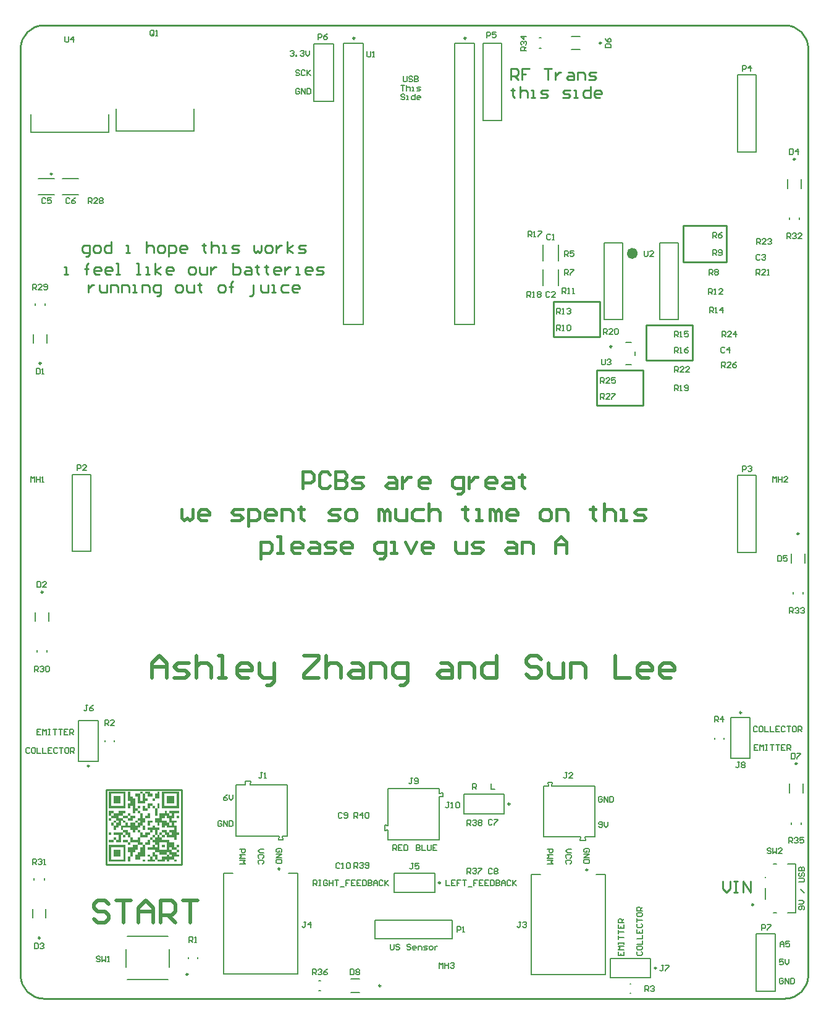
<source format=gbr>
G04*
G04 #@! TF.GenerationSoftware,Altium Limited,Altium Designer,22.4.2 (48)*
G04*
G04 Layer_Color=65535*
%FSLAX24Y24*%
%MOIN*%
G70*
G04*
G04 #@! TF.SameCoordinates,94B06879-D93D-4629-8478-E99B9EA78D0E*
G04*
G04*
G04 #@! TF.FilePolarity,Positive*
G04*
G01*
G75*
%ADD10C,0.0098*%
%ADD11C,0.0100*%
%ADD12C,0.0300*%
%ADD13C,0.0079*%
%ADD14C,0.0050*%
%ADD15C,0.0200*%
%ADD16C,0.0150*%
G36*
X15726Y19804D02*
X15855D01*
Y19668D01*
X15597D01*
Y19804D01*
X15468D01*
Y19926D01*
X15726D01*
Y19804D01*
D02*
G37*
G36*
X16249Y19868D02*
Y19862D01*
Y19546D01*
X15991D01*
Y19804D01*
X16120D01*
Y19926D01*
X16249D01*
Y19868D01*
D02*
G37*
G36*
X15991Y19410D02*
X15855D01*
Y19546D01*
X15991D01*
Y19410D01*
D02*
G37*
G36*
X15332Y19907D02*
Y19901D01*
Y19804D01*
X15468D01*
Y19546D01*
X15590D01*
Y19539D01*
X15597D01*
Y19410D01*
X15468D01*
Y19281D01*
X15074D01*
Y19668D01*
X14939D01*
Y19804D01*
X15197D01*
Y19791D01*
Y19784D01*
Y19410D01*
X15332D01*
Y19804D01*
X15197D01*
Y19926D01*
X15332D01*
Y19907D01*
D02*
G37*
G36*
X17294Y19920D02*
Y19914D01*
Y19023D01*
X16384D01*
Y19926D01*
X17294D01*
Y19920D01*
D02*
G37*
G36*
X16249Y19023D02*
X16120D01*
Y19029D01*
X16126D01*
Y19036D01*
X16120D01*
Y19281D01*
X16249D01*
Y19023D01*
D02*
G37*
G36*
X15197D02*
X15074D01*
Y19042D01*
Y19049D01*
Y19152D01*
X15197D01*
Y19023D01*
D02*
G37*
G36*
X14416D02*
X13506D01*
Y19926D01*
X14416D01*
Y19023D01*
D02*
G37*
G36*
X14680Y19668D02*
X14809D01*
Y19546D01*
X14939D01*
Y19023D01*
X15074D01*
Y18887D01*
X15197D01*
Y18758D01*
X15203D01*
Y18752D01*
X15216D01*
Y18758D01*
X15223D01*
Y18752D01*
X15332D01*
Y18494D01*
X15468D01*
Y18236D01*
X15339D01*
Y18229D01*
X15332D01*
Y18100D01*
X15468D01*
Y17984D01*
Y17977D01*
Y17842D01*
X15345D01*
Y17835D01*
X15339D01*
Y17842D01*
X15332D01*
Y18100D01*
X15203D01*
Y18094D01*
X15197D01*
Y17971D01*
X15074D01*
Y17842D01*
X15197D01*
Y17713D01*
X15332D01*
Y17577D01*
X15468D01*
Y17713D01*
X15726D01*
Y17577D01*
X15597D01*
Y17455D01*
X15590D01*
Y17448D01*
X15216D01*
Y17455D01*
X15210D01*
Y17448D01*
X15197D01*
Y17713D01*
X15074D01*
Y17842D01*
X14984D01*
Y17835D01*
X14977D01*
Y17842D01*
X14971D01*
Y17835D01*
X14964D01*
Y17842D01*
X14958D01*
Y17835D01*
X14939D01*
Y17713D01*
X14809D01*
Y17842D01*
X14797D01*
Y17835D01*
X14784D01*
Y17842D01*
X14713D01*
Y17835D01*
X14706D01*
Y17842D01*
X14700D01*
Y17835D01*
X14693D01*
Y17842D01*
X14680D01*
Y17971D01*
X14280D01*
Y17861D01*
X14287D01*
Y17855D01*
X14280D01*
Y17842D01*
X14274D01*
Y17835D01*
X14267D01*
Y17842D01*
X14158D01*
Y18100D01*
X14022D01*
Y17971D01*
X13887D01*
Y17835D01*
X13874D01*
Y17842D01*
X13867D01*
Y17835D01*
X13848D01*
Y17842D01*
X13790D01*
Y17835D01*
X13783D01*
Y17842D01*
X13777D01*
Y17835D01*
X13770D01*
Y17842D01*
X13764D01*
Y18100D01*
X13628D01*
Y18236D01*
X13764D01*
Y18100D01*
X13887D01*
Y18236D01*
X13764D01*
Y18365D01*
X13887D01*
Y18236D01*
X14022D01*
Y18352D01*
Y18358D01*
Y18365D01*
X13887D01*
Y18494D01*
X13628D01*
Y18629D01*
X13506D01*
Y18732D01*
Y18739D01*
Y18887D01*
X13764D01*
Y18758D01*
X13758D01*
Y18752D01*
X13635D01*
Y18758D01*
X13628D01*
Y18629D01*
X13764D01*
Y18752D01*
X14016D01*
Y18758D01*
X14022D01*
Y18887D01*
X14416D01*
Y18752D01*
X14293D01*
Y18758D01*
X14287D01*
Y18752D01*
X14280D01*
Y18649D01*
X14287D01*
Y18642D01*
X14280D01*
Y18629D01*
X14022D01*
Y18494D01*
X14280D01*
Y18371D01*
X14287D01*
Y18365D01*
X14416D01*
Y18236D01*
X14538D01*
Y18229D01*
X14545D01*
Y18100D01*
X14680D01*
Y18236D01*
X14939D01*
Y18100D01*
X15074D01*
Y18236D01*
X14939D01*
Y18365D01*
X15074D01*
Y18236D01*
X15197D01*
Y18365D01*
X15074D01*
Y18494D01*
X15197D01*
Y18752D01*
X15074D01*
Y18887D01*
X14939D01*
Y18758D01*
X14932D01*
Y18752D01*
X14816D01*
Y18758D01*
X14809D01*
Y19152D01*
X14680D01*
Y19023D01*
X14545D01*
Y19281D01*
X14674D01*
Y19288D01*
X14680D01*
Y19404D01*
X14674D01*
Y19410D01*
X14545D01*
Y19752D01*
Y19759D01*
Y19926D01*
X14680D01*
Y19668D01*
D02*
G37*
G36*
X17294Y18758D02*
X17288D01*
Y18752D01*
X17036D01*
Y18494D01*
X16907D01*
Y18365D01*
X17172D01*
Y18236D01*
X17042D01*
Y18229D01*
X17036D01*
Y18100D01*
X17172D01*
Y17713D01*
X17294D01*
Y17577D01*
X17172D01*
Y17319D01*
X17036D01*
Y17455D01*
X17030D01*
Y17448D01*
X16649D01*
Y17455D01*
X16642D01*
Y17577D01*
X16520D01*
Y17455D01*
X16513D01*
Y17448D01*
X16384D01*
Y17577D01*
X16249D01*
Y17713D01*
X16384D01*
Y17577D01*
X16513D01*
Y17584D01*
X16520D01*
Y17661D01*
Y17668D01*
Y17706D01*
X16513D01*
Y17713D01*
X16384D01*
Y17842D01*
X16636D01*
Y17835D01*
X16642D01*
Y17713D01*
X16778D01*
Y17577D01*
X16907D01*
Y17706D01*
X16901D01*
Y17713D01*
X16778D01*
Y17835D01*
X16791D01*
Y17842D01*
X16997D01*
Y17835D01*
X17017D01*
Y17842D01*
X17023D01*
Y17835D01*
X17036D01*
Y17971D01*
X16642D01*
Y18100D01*
X16520D01*
Y18094D01*
X16513D01*
Y18087D01*
X16520D01*
Y17977D01*
X16513D01*
Y17971D01*
X16384D01*
Y18229D01*
X16378D01*
Y18236D01*
X16249D01*
Y18100D01*
X16120D01*
Y18236D01*
X15991D01*
Y18494D01*
X16249D01*
Y18752D01*
X16513D01*
Y18758D01*
X16520D01*
Y18881D01*
X16513D01*
Y18887D01*
X16642D01*
Y18758D01*
X16649D01*
Y18752D01*
X16778D01*
Y18629D01*
X16907D01*
Y18752D01*
X16784D01*
Y18758D01*
X16778D01*
Y18887D01*
X17294D01*
Y18758D01*
D02*
G37*
G36*
X15855Y19152D02*
X15984D01*
Y19146D01*
X15991D01*
Y19023D01*
X16120D01*
Y18629D01*
X15991D01*
Y18913D01*
Y18920D01*
Y19023D01*
X15855D01*
Y19152D01*
X15732D01*
Y19146D01*
X15726D01*
Y19023D01*
X15597D01*
Y18894D01*
X15590D01*
Y18887D01*
X15332D01*
Y18894D01*
Y18900D01*
Y19146D01*
X15339D01*
Y19152D01*
X15461D01*
Y19146D01*
X15468D01*
Y19023D01*
X15590D01*
Y19029D01*
X15597D01*
Y19036D01*
X15590D01*
Y19042D01*
X15597D01*
Y19281D01*
X15855D01*
Y19152D01*
D02*
G37*
G36*
X17288Y18623D02*
X17294D01*
Y18494D01*
X17172D01*
Y18629D01*
X17288D01*
Y18623D01*
D02*
G37*
G36*
X15726Y18681D02*
Y18674D01*
Y18494D01*
X15468D01*
Y18629D01*
X15597D01*
Y18752D01*
X15719D01*
Y18758D01*
X15726D01*
Y18681D01*
D02*
G37*
G36*
X14680Y18636D02*
X14674D01*
Y18629D01*
X14939D01*
Y18494D01*
X14809D01*
Y18365D01*
X14545D01*
Y18481D01*
Y18487D01*
Y18494D01*
X14280D01*
Y18623D01*
X14287D01*
Y18629D01*
X14545D01*
Y18494D01*
X14680D01*
Y18623D01*
X14674D01*
Y18629D01*
X14545D01*
Y18752D01*
X14680D01*
Y18636D01*
D02*
G37*
G36*
X13628Y18365D02*
X13506D01*
Y18449D01*
Y18455D01*
Y18494D01*
X13628D01*
Y18365D01*
D02*
G37*
G36*
X15855Y18358D02*
Y18236D01*
X15732D01*
Y18229D01*
X15726D01*
Y18100D01*
X15597D01*
Y18365D01*
X15855D01*
Y18358D01*
D02*
G37*
G36*
X15991Y17971D02*
X16249D01*
Y17842D01*
X16236D01*
Y17835D01*
X16229D01*
Y17842D01*
X16158D01*
Y17835D01*
X16152D01*
Y17842D01*
X16145D01*
Y17835D01*
X16139D01*
Y17842D01*
X16126D01*
Y17835D01*
X16120D01*
Y17687D01*
Y17680D01*
Y17577D01*
X16249D01*
Y17455D01*
X16255D01*
Y17448D01*
X16384D01*
Y17319D01*
X16778D01*
Y17184D01*
X17036D01*
Y16925D01*
X17172D01*
Y16796D01*
X17294D01*
Y16661D01*
X17172D01*
Y16796D01*
X16907D01*
Y16919D01*
X16901D01*
Y16925D01*
X16778D01*
Y16796D01*
X16907D01*
Y16661D01*
X17172D01*
Y16525D01*
X17294D01*
Y16403D01*
X17036D01*
Y16267D01*
X17172D01*
Y16177D01*
Y16170D01*
Y16144D01*
X17036D01*
Y16267D01*
X16778D01*
Y16144D01*
X16642D01*
Y16267D01*
X16513D01*
Y16261D01*
X16520D01*
Y16144D01*
X16120D01*
Y16267D01*
X15991D01*
Y16403D01*
X15855D01*
Y16654D01*
Y16661D01*
X15991D01*
Y16525D01*
X16120D01*
Y16267D01*
X16384D01*
Y16403D01*
X16642D01*
Y16499D01*
Y16506D01*
Y16525D01*
X16255D01*
Y16532D01*
X16249D01*
Y16661D01*
X15991D01*
Y16796D01*
X15597D01*
Y16912D01*
X15590D01*
Y16919D01*
X15597D01*
Y16925D01*
X15855D01*
Y17054D01*
X15991D01*
Y16925D01*
X16120D01*
Y17054D01*
X15991D01*
Y17184D01*
X15855D01*
Y17319D01*
X15726D01*
Y17448D01*
X15732D01*
Y17455D01*
X15739D01*
Y17448D01*
X15855D01*
Y17319D01*
X15991D01*
Y17448D01*
X15855D01*
Y17577D01*
X15991D01*
Y17448D01*
X16120D01*
Y17577D01*
X15991D01*
Y17835D01*
X15984D01*
Y17842D01*
X15861D01*
Y17835D01*
X15855D01*
Y17713D01*
X15726D01*
Y17842D01*
X15603D01*
Y17835D01*
X15597D01*
Y17945D01*
X15590D01*
Y17952D01*
X15597D01*
Y17971D01*
X15855D01*
Y18100D01*
X15991D01*
Y17971D01*
D02*
G37*
G36*
X14538Y17835D02*
X14545D01*
Y17713D01*
X14674D01*
Y17706D01*
X14680D01*
Y17455D01*
X14674D01*
Y17448D01*
X14551D01*
Y17455D01*
X14545D01*
Y17577D01*
X14416D01*
Y17713D01*
X14280D01*
Y17835D01*
X14287D01*
Y17842D01*
X14293D01*
Y17835D01*
X14300D01*
Y17842D01*
X14306D01*
Y17835D01*
X14313D01*
Y17842D01*
X14538D01*
Y17835D01*
D02*
G37*
G36*
X13628Y17577D02*
X13506D01*
Y17713D01*
X13628D01*
Y17577D01*
D02*
G37*
G36*
X14280Y17700D02*
X14287D01*
Y17693D01*
X14280D01*
Y17687D01*
X14287D01*
Y17680D01*
X14280D01*
Y17597D01*
X14287D01*
Y17590D01*
X14280D01*
Y17577D01*
X14416D01*
Y17519D01*
Y17513D01*
Y17448D01*
X14287D01*
Y17455D01*
X14280D01*
Y17577D01*
X14158D01*
Y17184D01*
X13887D01*
Y17319D01*
X13764D01*
Y17448D01*
X13887D01*
Y17442D01*
Y17435D01*
Y17319D01*
X14022D01*
Y17577D01*
X13764D01*
Y17713D01*
X14280D01*
Y17700D01*
D02*
G37*
G36*
X13764Y17184D02*
X13506D01*
Y17319D01*
X13764D01*
Y17184D01*
D02*
G37*
G36*
X15726Y17054D02*
X15468D01*
Y17171D01*
Y17177D01*
Y17184D01*
X15590D01*
Y17190D01*
X15597D01*
Y17319D01*
X15726D01*
Y17054D01*
D02*
G37*
G36*
X14545Y17184D02*
X14674D01*
Y17177D01*
X14680D01*
Y17061D01*
X14674D01*
Y17054D01*
X14545D01*
Y17184D01*
X14287D01*
Y17190D01*
X14280D01*
Y17313D01*
X14287D01*
Y17319D01*
X14545D01*
Y17184D01*
D02*
G37*
G36*
X17294Y16925D02*
X17172D01*
Y17054D01*
X17294D01*
Y16925D01*
D02*
G37*
G36*
X15074Y17042D02*
Y17035D01*
Y16796D01*
X14939D01*
Y16661D01*
X14809D01*
Y16403D01*
X14680D01*
Y16661D01*
X14545D01*
Y16925D01*
X14809D01*
Y17054D01*
X15074D01*
Y17042D01*
D02*
G37*
G36*
X14809Y17319D02*
X15074D01*
Y17448D01*
X15197D01*
Y17184D01*
X15332D01*
Y17054D01*
X15468D01*
Y16403D01*
X15203D01*
Y16396D01*
X15197D01*
Y16267D01*
X14939D01*
Y16525D01*
X15068D01*
Y16532D01*
X15074D01*
Y16661D01*
X15197D01*
Y16919D01*
X15203D01*
Y16925D01*
X15332D01*
Y17054D01*
X15074D01*
Y17184D01*
X14674D01*
Y17190D01*
X14680D01*
Y17448D01*
X14803D01*
Y17455D01*
X14809D01*
Y17319D01*
D02*
G37*
G36*
X15603Y16525D02*
X15726D01*
Y16403D01*
X15855D01*
Y16267D01*
X15991D01*
Y16144D01*
X15590D01*
Y16151D01*
X15597D01*
Y16267D01*
X15726D01*
Y16403D01*
X15590D01*
Y16409D01*
X15597D01*
Y16416D01*
X15590D01*
Y16422D01*
X15597D01*
Y16532D01*
X15603D01*
Y16525D01*
D02*
G37*
G36*
X15468Y16144D02*
X15332D01*
Y16157D01*
Y16164D01*
Y16267D01*
X15468D01*
Y16144D01*
D02*
G37*
G36*
X14674Y16396D02*
X14680D01*
Y16144D01*
X14545D01*
Y16403D01*
X14674D01*
Y16396D01*
D02*
G37*
G36*
X14416Y16144D02*
X13506D01*
Y17054D01*
X14416D01*
Y16144D01*
D02*
G37*
%LPC*%
G36*
X17172Y19804D02*
X16513D01*
Y19152D01*
X17172D01*
Y19804D01*
D02*
G37*
%LPD*%
G36*
X17036Y19281D02*
X16642D01*
Y19675D01*
X17036D01*
Y19281D01*
D02*
G37*
%LPC*%
G36*
X14287Y19804D02*
X13628D01*
Y19152D01*
X14287D01*
Y19804D01*
D02*
G37*
%LPD*%
G36*
X14151Y19281D02*
X13764D01*
Y19288D01*
X13758D01*
Y19668D01*
X13764D01*
Y19675D01*
X14151D01*
Y19281D01*
D02*
G37*
%LPC*%
G36*
X14280Y18365D02*
X14158D01*
Y18100D01*
X14416D01*
Y18236D01*
X14280D01*
Y18365D01*
D02*
G37*
G36*
X16642Y18629D02*
X16520D01*
Y18623D01*
X16513D01*
Y18616D01*
X16520D01*
Y18500D01*
X16513D01*
Y18494D01*
X16384D01*
Y18365D01*
X16642D01*
Y18236D01*
X16778D01*
Y18100D01*
X16907D01*
Y18229D01*
X16901D01*
Y18236D01*
X16778D01*
Y18494D01*
X16642D01*
Y18629D01*
D02*
G37*
G36*
Y17184D02*
X16249D01*
Y16796D01*
X16642D01*
Y17184D01*
D02*
G37*
G36*
X16778Y16661D02*
X16642D01*
Y16525D01*
X16778D01*
Y16403D01*
X16907D01*
Y16525D01*
X16901D01*
Y16532D01*
X16894D01*
Y16525D01*
X16778D01*
Y16661D01*
D02*
G37*
%LPD*%
G36*
X16520Y16925D02*
X16384D01*
Y17054D01*
X16520D01*
Y16925D01*
D02*
G37*
%LPC*%
G36*
X14287D02*
X13628D01*
Y16267D01*
X14287D01*
Y16319D01*
Y16325D01*
Y16925D01*
D02*
G37*
%LPD*%
G36*
X14151Y16409D02*
X14158D01*
Y16403D01*
X13758D01*
Y16790D01*
X13764D01*
Y16796D01*
X14151D01*
Y16409D01*
D02*
G37*
D10*
X35148Y19250D02*
G03*
X35148Y19250I-49J0D01*
G01*
X17775Y10064D02*
G03*
X17775Y10064I-49J0D01*
G01*
X40078Y60300D02*
G03*
X40078Y60300I-49J0D01*
G01*
X26779Y60558D02*
G03*
X26779Y60558I-49J0D01*
G01*
X32779D02*
G03*
X32779Y60558I-49J0D01*
G01*
X50749Y33829D02*
G03*
X50749Y33829I-49J0D01*
G01*
X28178Y9450D02*
G03*
X28178Y9450I-49J0D01*
G01*
X50649Y21429D02*
G03*
X50649Y21429I-49J0D01*
G01*
X50549Y54029D02*
G03*
X50549Y54029I-49J0D01*
G01*
X9849Y43021D02*
G03*
X9849Y43021I-49J0D01*
G01*
X9949Y30679D02*
G03*
X9949Y30679I-49J0D01*
G01*
X9799Y12021D02*
G03*
X9799Y12021I-49J0D01*
G01*
X48289Y13824D02*
G03*
X48289Y13824I-49J0D01*
G01*
X40646Y43924D02*
G03*
X40646Y43924I-49J0D01*
G01*
X10449Y53242D02*
G03*
X10449Y53242I-49J0D01*
G01*
X22743Y15753D02*
G03*
X22743Y15753I-49J0D01*
G01*
X39343Y15703D02*
G03*
X39343Y15703I-49J0D01*
G01*
X31398Y15000D02*
G03*
X31398Y15000I-49J0D01*
G01*
X47644Y24179D02*
G03*
X47644Y24179I-49J0D01*
G01*
X43048Y10400D02*
G03*
X43048Y10400I-49J0D01*
G01*
X12449Y21302D02*
G03*
X12449Y21302I-49J0D01*
G01*
D11*
X10000Y61250D02*
G03*
X8750Y60000I0J-1250D01*
G01*
X51250D02*
G03*
X50000Y61250I-1250J0D01*
G01*
Y8750D02*
G03*
X51250Y10000I0J1250D01*
G01*
X8750D02*
G03*
X10000Y8750I1250J0D01*
G01*
X39850Y40750D02*
X42350D01*
X39850Y42650D02*
X42350D01*
Y40750D02*
Y42650D01*
X39850Y40750D02*
Y42650D01*
X13376Y15984D02*
X17426D01*
X13376Y20034D02*
X17426D01*
Y15984D02*
Y20034D01*
X13376Y15984D02*
Y20034D01*
X37500Y44450D02*
X40000D01*
X37500Y46350D02*
X40000D01*
Y44450D02*
Y46350D01*
X37500Y44450D02*
Y46350D01*
X42500Y43200D02*
X45000D01*
X42500Y45100D02*
X45000D01*
Y43200D02*
Y45100D01*
X42500Y43200D02*
Y45100D01*
X44500Y48500D02*
X46850D01*
X44500Y50450D02*
X46850D01*
Y48500D02*
Y50450D01*
X44500Y48500D02*
Y50450D01*
X8750Y10000D02*
Y60000D01*
X51250Y10000D02*
Y60000D01*
X10000Y61250D02*
X50000D01*
X10000Y8750D02*
X50000D01*
X46650Y15100D02*
Y14700D01*
X46850Y14500D01*
X47050Y14700D01*
Y15100D01*
X47250D02*
X47450D01*
X47350D01*
Y14500D01*
X47250D01*
X47450D01*
X47750D02*
Y15100D01*
X48150Y14500D01*
Y15100D01*
X12252Y48769D02*
X12352D01*
X12452Y48869D01*
Y49369D01*
X12152D01*
X12052Y49269D01*
Y49069D01*
X12152Y48969D01*
X12452D01*
X12752D02*
X12952D01*
X13052Y49069D01*
Y49269D01*
X12952Y49369D01*
X12752D01*
X12652Y49269D01*
Y49069D01*
X12752Y48969D01*
X13651Y49569D02*
Y48969D01*
X13352D01*
X13252Y49069D01*
Y49269D01*
X13352Y49369D01*
X13651D01*
X14451Y48969D02*
X14651D01*
X14551D01*
Y49369D01*
X14451D01*
X15551Y49569D02*
Y48969D01*
Y49269D01*
X15651Y49369D01*
X15851D01*
X15951Y49269D01*
Y48969D01*
X16251D02*
X16451D01*
X16551Y49069D01*
Y49269D01*
X16451Y49369D01*
X16251D01*
X16151Y49269D01*
Y49069D01*
X16251Y48969D01*
X16750Y48769D02*
Y49369D01*
X17050D01*
X17150Y49269D01*
Y49069D01*
X17050Y48969D01*
X16750D01*
X17650D02*
X17450D01*
X17350Y49069D01*
Y49269D01*
X17450Y49369D01*
X17650D01*
X17750Y49269D01*
Y49169D01*
X17350D01*
X18650Y49469D02*
Y49369D01*
X18550D01*
X18750D01*
X18650D01*
Y49069D01*
X18750Y48969D01*
X19050Y49569D02*
Y48969D01*
Y49269D01*
X19150Y49369D01*
X19350D01*
X19450Y49269D01*
Y48969D01*
X19649D02*
X19849D01*
X19749D01*
Y49369D01*
X19649D01*
X20149Y48969D02*
X20449D01*
X20549Y49069D01*
X20449Y49169D01*
X20249D01*
X20149Y49269D01*
X20249Y49369D01*
X20549D01*
X21349D02*
Y49069D01*
X21449Y48969D01*
X21549Y49069D01*
X21649Y48969D01*
X21749Y49069D01*
Y49369D01*
X22049Y48969D02*
X22249D01*
X22349Y49069D01*
Y49269D01*
X22249Y49369D01*
X22049D01*
X21949Y49269D01*
Y49069D01*
X22049Y48969D01*
X22549Y49369D02*
Y48969D01*
Y49169D01*
X22649Y49269D01*
X22748Y49369D01*
X22848D01*
X23148Y48969D02*
Y49569D01*
Y49169D02*
X23448Y49369D01*
X23148Y49169D02*
X23448Y48969D01*
X23748D02*
X24048D01*
X24148Y49069D01*
X24048Y49169D01*
X23848D01*
X23748Y49269D01*
X23848Y49369D01*
X24148D01*
X11102Y47810D02*
X11302D01*
X11202D01*
Y48210D01*
X11102D01*
X12302Y47810D02*
Y48310D01*
Y48110D01*
X12202D01*
X12402D01*
X12302D01*
Y48310D01*
X12402Y48410D01*
X13002Y47810D02*
X12802D01*
X12702Y47910D01*
Y48110D01*
X12802Y48210D01*
X13002D01*
X13102Y48110D01*
Y48010D01*
X12702D01*
X13601Y47810D02*
X13402D01*
X13302Y47910D01*
Y48110D01*
X13402Y48210D01*
X13601D01*
X13701Y48110D01*
Y48010D01*
X13302D01*
X13901Y47810D02*
X14101D01*
X14001D01*
Y48410D01*
X13901D01*
X15001Y47810D02*
X15201D01*
X15101D01*
Y48410D01*
X15001D01*
X15501Y47810D02*
X15701D01*
X15601D01*
Y48210D01*
X15501D01*
X16001Y47810D02*
Y48410D01*
Y48010D02*
X16301Y48210D01*
X16001Y48010D02*
X16301Y47810D01*
X16900D02*
X16700D01*
X16600Y47910D01*
Y48110D01*
X16700Y48210D01*
X16900D01*
X17000Y48110D01*
Y48010D01*
X16600D01*
X17900Y47810D02*
X18100D01*
X18200Y47910D01*
Y48110D01*
X18100Y48210D01*
X17900D01*
X17800Y48110D01*
Y47910D01*
X17900Y47810D01*
X18400Y48210D02*
Y47910D01*
X18500Y47810D01*
X18800D01*
Y48210D01*
X19000D02*
Y47810D01*
Y48010D01*
X19100Y48110D01*
X19200Y48210D01*
X19300D01*
X20199Y48410D02*
Y47810D01*
X20499D01*
X20599Y47910D01*
Y48010D01*
Y48110D01*
X20499Y48210D01*
X20199D01*
X20899D02*
X21099D01*
X21199Y48110D01*
Y47810D01*
X20899D01*
X20799Y47910D01*
X20899Y48010D01*
X21199D01*
X21499Y48310D02*
Y48210D01*
X21399D01*
X21599D01*
X21499D01*
Y47910D01*
X21599Y47810D01*
X21999Y48310D02*
Y48210D01*
X21899D01*
X22099D01*
X21999D01*
Y47910D01*
X22099Y47810D01*
X22699D02*
X22499D01*
X22399Y47910D01*
Y48110D01*
X22499Y48210D01*
X22699D01*
X22798Y48110D01*
Y48010D01*
X22399D01*
X22998Y48210D02*
Y47810D01*
Y48010D01*
X23098Y48110D01*
X23198Y48210D01*
X23298D01*
X23598Y47810D02*
X23798D01*
X23698D01*
Y48210D01*
X23598D01*
X24398Y47810D02*
X24198D01*
X24098Y47910D01*
Y48110D01*
X24198Y48210D01*
X24398D01*
X24498Y48110D01*
Y48010D01*
X24098D01*
X24698Y47810D02*
X24998D01*
X25098Y47910D01*
X24998Y48010D01*
X24798D01*
X24698Y48110D01*
X24798Y48210D01*
X25098D01*
X12402Y47250D02*
Y46850D01*
Y47050D01*
X12502Y47150D01*
X12602Y47250D01*
X12702D01*
X13002D02*
Y46950D01*
X13102Y46850D01*
X13402D01*
Y47250D01*
X13601Y46850D02*
Y47250D01*
X13901D01*
X14001Y47150D01*
Y46850D01*
X14201D02*
Y47250D01*
X14501D01*
X14601Y47150D01*
Y46850D01*
X14801D02*
X15001D01*
X14901D01*
Y47250D01*
X14801D01*
X15301Y46850D02*
Y47250D01*
X15601D01*
X15701Y47150D01*
Y46850D01*
X16101Y46650D02*
X16201D01*
X16301Y46750D01*
Y47250D01*
X16001D01*
X15901Y47150D01*
Y46950D01*
X16001Y46850D01*
X16301D01*
X17200D02*
X17400D01*
X17500Y46950D01*
Y47150D01*
X17400Y47250D01*
X17200D01*
X17100Y47150D01*
Y46950D01*
X17200Y46850D01*
X17700Y47250D02*
Y46950D01*
X17800Y46850D01*
X18100D01*
Y47250D01*
X18400Y47350D02*
Y47250D01*
X18300D01*
X18500D01*
X18400D01*
Y46950D01*
X18500Y46850D01*
X19500D02*
X19699D01*
X19799Y46950D01*
Y47150D01*
X19699Y47250D01*
X19500D01*
X19400Y47150D01*
Y46950D01*
X19500Y46850D01*
X20099D02*
Y47350D01*
Y47150D01*
X19999D01*
X20199D01*
X20099D01*
Y47350D01*
X20199Y47450D01*
X21099Y46650D02*
X21199D01*
X21299Y46750D01*
Y47250D01*
X21699D02*
Y46950D01*
X21799Y46850D01*
X22099D01*
Y47250D01*
X22299Y46850D02*
X22499D01*
X22399D01*
Y47250D01*
X22299D01*
X23198D02*
X22898D01*
X22798Y47150D01*
Y46950D01*
X22898Y46850D01*
X23198D01*
X23698D02*
X23498D01*
X23398Y46950D01*
Y47150D01*
X23498Y47250D01*
X23698D01*
X23798Y47150D01*
Y47050D01*
X23398D01*
X35200Y58310D02*
Y58910D01*
X35500D01*
X35600Y58810D01*
Y58610D01*
X35500Y58510D01*
X35200D01*
X35400D02*
X35600Y58310D01*
X36200Y58910D02*
X35800D01*
Y58610D01*
X36000D01*
X35800D01*
Y58310D01*
X36999Y58910D02*
X37399D01*
X37199D01*
Y58310D01*
X37599Y58710D02*
Y58310D01*
Y58510D01*
X37699Y58610D01*
X37799Y58710D01*
X37899D01*
X38299D02*
X38499D01*
X38599Y58610D01*
Y58310D01*
X38299D01*
X38199Y58410D01*
X38299Y58510D01*
X38599D01*
X38799Y58310D02*
Y58710D01*
X39099D01*
X39199Y58610D01*
Y58310D01*
X39399D02*
X39699D01*
X39799Y58410D01*
X39699Y58510D01*
X39499D01*
X39399Y58610D01*
X39499Y58710D01*
X39799D01*
X35300Y57850D02*
Y57750D01*
X35200D01*
X35400D01*
X35300D01*
Y57450D01*
X35400Y57350D01*
X35700Y57950D02*
Y57350D01*
Y57650D01*
X35800Y57750D01*
X36000D01*
X36100Y57650D01*
Y57350D01*
X36300D02*
X36500D01*
X36400D01*
Y57750D01*
X36300D01*
X36799Y57350D02*
X37099D01*
X37199Y57450D01*
X37099Y57550D01*
X36899D01*
X36799Y57650D01*
X36899Y57750D01*
X37199D01*
X37999Y57350D02*
X38299D01*
X38399Y57450D01*
X38299Y57550D01*
X38099D01*
X37999Y57650D01*
X38099Y57750D01*
X38399D01*
X38599Y57350D02*
X38799D01*
X38699D01*
Y57750D01*
X38599D01*
X39499Y57950D02*
Y57350D01*
X39199D01*
X39099Y57450D01*
Y57650D01*
X39199Y57750D01*
X39499D01*
X39998Y57350D02*
X39799D01*
X39699Y57450D01*
Y57650D01*
X39799Y57750D01*
X39998D01*
X40098Y57650D01*
Y57550D01*
X39699D01*
D12*
X41900Y48950D02*
G03*
X41900Y48950I-150J0D01*
G01*
D13*
X34848Y18730D02*
Y19770D01*
X32652D02*
X34848D01*
X32652Y18730D02*
Y19770D01*
Y18730D02*
X34848D01*
X31339Y19656D02*
X31536Y19636D01*
X31339Y19833D02*
X31536Y19852D01*
X31536Y19636D02*
Y19852D01*
X28583Y20089D02*
X31339D01*
X28583Y17333D02*
Y17845D01*
Y17333D02*
X31339D01*
Y19833D02*
Y20089D01*
Y17333D02*
Y19656D01*
X28386Y17814D02*
Y18128D01*
Y17814D02*
X28583Y17845D01*
Y18100D02*
Y20089D01*
X28386Y18128D02*
X28584Y18101D01*
X16781Y10468D02*
Y11432D01*
X14488Y12131D02*
X16712D01*
X14419Y10468D02*
Y11432D01*
X14488Y9769D02*
X16712D01*
X18296Y10911D02*
Y10989D01*
X17804Y10911D02*
Y10989D01*
X38454Y60654D02*
X38946D01*
X38454Y59946D02*
X38946D01*
X36751Y60576D02*
X36849D01*
X36751Y60024D02*
X36849D01*
X26174Y45125D02*
X27226D01*
Y60275D01*
X26174D02*
X27226D01*
X26174Y45125D02*
Y60275D01*
X32174Y45125D02*
X33226D01*
Y60275D01*
X32174D02*
X33226D01*
X32174Y45125D02*
Y60275D01*
X10076Y46151D02*
Y46249D01*
X9524Y46151D02*
Y46249D01*
X10026Y15151D02*
Y15249D01*
X9474Y15151D02*
Y15249D01*
X50424Y30601D02*
Y30699D01*
X50976Y30601D02*
Y30699D01*
X50324Y18151D02*
Y18249D01*
X50876Y18151D02*
Y18249D01*
X50224Y50801D02*
Y50899D01*
X50776Y50801D02*
Y50899D01*
X9624Y27451D02*
Y27549D01*
X10176Y27451D02*
Y27549D01*
X24851Y9726D02*
X24949D01*
X24851Y9174D02*
X24949D01*
X50346Y32254D02*
Y32746D01*
X51054Y32254D02*
Y32746D01*
X26554Y9804D02*
X27046D01*
X26554Y9096D02*
X27046D01*
X50246Y19854D02*
Y20346D01*
X50954Y19854D02*
Y20346D01*
X50146Y52454D02*
Y52946D01*
X50854Y52454D02*
Y52946D01*
X10154Y44104D02*
Y44596D01*
X9446Y44104D02*
Y44596D01*
X9546Y29104D02*
Y29596D01*
X10254Y29104D02*
Y29596D01*
X10104Y13104D02*
Y13596D01*
X9396Y13104D02*
Y13596D01*
X49375Y13391D02*
X49525D01*
X50135D02*
X50552D01*
Y16028D01*
X49375D02*
X49525D01*
X50135D02*
X50552D01*
X48938Y15290D02*
Y15310D01*
Y14109D02*
Y14719D01*
X47450Y58575D02*
X48450D01*
Y54425D02*
Y58575D01*
X47450Y54425D02*
X48450D01*
X47450D02*
Y58575D01*
X32025Y12000D02*
Y13000D01*
X27875Y12000D02*
X32025D01*
X27875D02*
Y13000D01*
X32025D01*
X43250Y45375D02*
X44250D01*
X43250D02*
Y49525D01*
X44250D01*
Y45375D02*
Y49525D01*
X40250Y45375D02*
X41250D01*
X40250D02*
Y49525D01*
X41250D01*
Y45375D02*
Y49525D01*
X37773Y47217D02*
Y48083D01*
X36927Y47217D02*
Y48083D01*
X37773Y48567D02*
Y49433D01*
X36927Y48567D02*
Y49433D01*
X41414Y42950D02*
X41709D01*
X41906Y43442D02*
Y43658D01*
X41414Y44150D02*
X41709D01*
X9300Y55500D02*
Y56464D01*
Y55500D02*
X13500D01*
Y56464D01*
X13900Y55564D02*
Y56752D01*
Y55564D02*
X18100D01*
Y56752D01*
X11017Y52973D02*
X11883D01*
X11017Y52127D02*
X11883D01*
X9717Y52973D02*
X10583D01*
X9717Y52127D02*
X10583D01*
X37405Y20228D02*
X37424Y20425D01*
X37209D02*
X37228Y20228D01*
X37208Y20425D02*
X37425D01*
X36972Y17472D02*
Y20228D01*
X39216Y17472D02*
X39728D01*
Y20228D01*
X36972D02*
X37228D01*
X37405D02*
X39728D01*
X38933Y17275D02*
X39247D01*
X39216Y17472D02*
X39247Y17275D01*
X36972Y17472D02*
X38960D01*
X38933Y17275D02*
X38960Y17473D01*
X22676Y17325D02*
X22695Y17522D01*
X22872D02*
X22891Y17325D01*
X22675Y17325D02*
X22892D01*
X23128Y17522D02*
Y20278D01*
X20372D02*
X20884D01*
X20372Y17522D02*
Y20278D01*
X22872Y17522D02*
X23128D01*
X20372D02*
X22695D01*
X20853Y20475D02*
X21167D01*
X20853D02*
X20884Y20278D01*
X21140D02*
X23128D01*
X21140Y20277D02*
X21167Y20475D01*
X19700Y10085D02*
Y15515D01*
Y10085D02*
X23700D01*
Y15515D01*
X23198D02*
X23700D01*
X19700D02*
X20202D01*
X36300Y10035D02*
Y15465D01*
Y10035D02*
X40300D01*
Y15465D01*
X39798D02*
X40300D01*
X36300D02*
X36802D01*
X31098Y14480D02*
Y15520D01*
X28902D02*
X31098D01*
X28902Y14480D02*
Y15520D01*
Y14480D02*
X31098D01*
X33700Y56125D02*
X34700D01*
X33700D02*
Y60275D01*
X34700D01*
Y56125D02*
Y60275D01*
X11550Y32875D02*
X12550D01*
X11550D02*
Y37025D01*
X12550D01*
Y32875D02*
Y37025D01*
X47450Y36975D02*
X48450D01*
Y32825D02*
Y36975D01*
X47450Y32825D02*
X48450D01*
X47450D02*
Y36975D01*
X48420Y12259D02*
X49480D01*
X48420Y9141D02*
Y12259D01*
Y9141D02*
X49480D01*
Y12259D01*
X24570Y60259D02*
X25630D01*
X24570Y57141D02*
Y60259D01*
Y57141D02*
X25630D01*
Y60259D01*
X47075Y23929D02*
X48115D01*
X47075Y21732D02*
Y23929D01*
Y21732D02*
X48115D01*
Y23929D01*
X42748Y9880D02*
Y10920D01*
X40552D02*
X42748D01*
X40552Y9880D02*
Y10920D01*
Y9880D02*
X42748D01*
X11880Y21552D02*
X12920D01*
Y23748D01*
X11880D02*
X12920D01*
X11880Y21552D02*
Y23748D01*
X46691Y22752D02*
Y22809D01*
X46199Y22752D02*
Y22809D01*
X41621Y9546D02*
X41679D01*
X41621Y9054D02*
X41679D01*
X13796Y22621D02*
Y22679D01*
X13304Y22621D02*
Y22679D01*
D14*
X33150Y20050D02*
Y20350D01*
X33300D01*
X33350Y20300D01*
Y20200D01*
X33300Y20150D01*
X33150D01*
X33250D02*
X33350Y20050D01*
X51000Y13550D02*
X51050Y13600D01*
Y13700D01*
X51000Y13750D01*
X50800D01*
X50750Y13700D01*
Y13600D01*
X50800Y13550D01*
X50850D01*
X50900Y13600D01*
Y13750D01*
X50750Y13850D02*
X50950D01*
X51050Y13950D01*
X50950Y14050D01*
X50750D01*
X51050Y14450D02*
X50850Y14650D01*
X50750Y15050D02*
X51000D01*
X51050Y15100D01*
Y15199D01*
X51000Y15249D01*
X50750D01*
X50800Y15549D02*
X50750Y15499D01*
Y15399D01*
X50800Y15349D01*
X50850D01*
X50900Y15399D01*
Y15499D01*
X50950Y15549D01*
X51000D01*
X51050Y15499D01*
Y15399D01*
X51000Y15349D01*
X50750Y15649D02*
X51050D01*
Y15799D01*
X51000Y15849D01*
X50950D01*
X50900Y15799D01*
Y15649D01*
Y15799D01*
X50850Y15849D01*
X50800D01*
X50750Y15799D01*
Y15649D01*
X30100Y17050D02*
Y16750D01*
X30250D01*
X30300Y16800D01*
Y16850D01*
X30250Y16900D01*
X30100D01*
X30250D01*
X30300Y16950D01*
Y17000D01*
X30250Y17050D01*
X30100D01*
X30400D02*
Y16750D01*
X30600D01*
X30700Y17050D02*
Y16800D01*
X30750Y16750D01*
X30850D01*
X30900Y16800D01*
Y17050D01*
X31200D02*
X31000D01*
Y16750D01*
X31200D01*
X31000Y16900D02*
X31100D01*
X28850Y16750D02*
Y17050D01*
X29000D01*
X29050Y17000D01*
Y16900D01*
X29000Y16850D01*
X28850D01*
X28950D02*
X29050Y16750D01*
X29350Y17050D02*
X29150D01*
Y16750D01*
X29350D01*
X29150Y16900D02*
X29250D01*
X29450Y17050D02*
Y16750D01*
X29600D01*
X29650Y16800D01*
Y17000D01*
X29600Y17050D01*
X29450D01*
X31700Y15150D02*
Y14850D01*
X31900D01*
X32200Y15150D02*
X32000D01*
Y14850D01*
X32200D01*
X32000Y15000D02*
X32100D01*
X32500Y15150D02*
X32300D01*
Y15000D01*
X32400D01*
X32300D01*
Y14850D01*
X32600Y15150D02*
X32800D01*
X32700D01*
Y14850D01*
X32900Y14800D02*
X33100D01*
X33399Y15150D02*
X33200D01*
Y15000D01*
X33299D01*
X33200D01*
Y14850D01*
X33699Y15150D02*
X33499D01*
Y14850D01*
X33699D01*
X33499Y15000D02*
X33599D01*
X33999Y15150D02*
X33799D01*
Y14850D01*
X33999D01*
X33799Y15000D02*
X33899D01*
X34099Y15150D02*
Y14850D01*
X34249D01*
X34299Y14900D01*
Y15100D01*
X34249Y15150D01*
X34099D01*
X34399D02*
Y14850D01*
X34549D01*
X34599Y14900D01*
Y14950D01*
X34549Y15000D01*
X34399D01*
X34549D01*
X34599Y15050D01*
Y15100D01*
X34549Y15150D01*
X34399D01*
X34699Y14850D02*
Y15050D01*
X34799Y15150D01*
X34899Y15050D01*
Y14850D01*
Y15000D01*
X34699D01*
X35199Y15100D02*
X35149Y15150D01*
X35049D01*
X34999Y15100D01*
Y14900D01*
X35049Y14850D01*
X35149D01*
X35199Y14900D01*
X35299Y15150D02*
Y14850D01*
Y14950D01*
X35499Y15150D01*
X35349Y15000D01*
X35499Y14850D01*
X39950Y18050D02*
X40000Y18000D01*
X40100D01*
X40150Y18050D01*
Y18250D01*
X40100Y18300D01*
X40000D01*
X39950Y18250D01*
Y18200D01*
X40000Y18150D01*
X40150D01*
X40250Y18300D02*
Y18100D01*
X40350Y18000D01*
X40450Y18100D01*
Y18300D01*
X38455Y16834D02*
X38255D01*
X38155Y16734D01*
X38255Y16634D01*
X38455D01*
X38405Y16334D02*
X38455Y16384D01*
Y16484D01*
X38405Y16534D01*
X38205D01*
X38155Y16484D01*
Y16384D01*
X38205Y16334D01*
X38405Y16034D02*
X38455Y16084D01*
Y16184D01*
X38405Y16234D01*
X38205D01*
X38155Y16184D01*
Y16084D01*
X38205Y16034D01*
X9250Y22250D02*
X9200Y22300D01*
X9100D01*
X9050Y22250D01*
Y22050D01*
X9100Y22000D01*
X9200D01*
X9250Y22050D01*
X9500Y22300D02*
X9400D01*
X9350Y22250D01*
Y22050D01*
X9400Y22000D01*
X9500D01*
X9550Y22050D01*
Y22250D01*
X9500Y22300D01*
X9650D02*
Y22000D01*
X9850D01*
X9950Y22300D02*
Y22000D01*
X10150D01*
X10450Y22300D02*
X10250D01*
Y22000D01*
X10450D01*
X10250Y22150D02*
X10350D01*
X10749Y22250D02*
X10699Y22300D01*
X10599D01*
X10550Y22250D01*
Y22050D01*
X10599Y22000D01*
X10699D01*
X10749Y22050D01*
X10849Y22300D02*
X11049D01*
X10949D01*
Y22000D01*
X11299Y22300D02*
X11199D01*
X11149Y22250D01*
Y22050D01*
X11199Y22000D01*
X11299D01*
X11349Y22050D01*
Y22250D01*
X11299Y22300D01*
X11449Y22000D02*
Y22300D01*
X11599D01*
X11649Y22250D01*
Y22150D01*
X11599Y22100D01*
X11449D01*
X11549D02*
X11649Y22000D01*
X41000Y11300D02*
Y11100D01*
X41300D01*
Y11300D01*
X41150Y11100D02*
Y11200D01*
X41300Y11400D02*
X41000D01*
X41100Y11500D01*
X41000Y11600D01*
X41300D01*
X41000Y11700D02*
Y11800D01*
Y11750D01*
X41300D01*
Y11700D01*
Y11800D01*
X41000Y11950D02*
Y12150D01*
Y12050D01*
X41300D01*
X41000Y12250D02*
Y12450D01*
Y12350D01*
X41300D01*
X41000Y12749D02*
Y12550D01*
X41300D01*
Y12749D01*
X41150Y12550D02*
Y12650D01*
X41300Y12849D02*
X41000D01*
Y12999D01*
X41050Y13049D01*
X41150D01*
X41200Y12999D01*
Y12849D01*
Y12949D02*
X41300Y13049D01*
X37154Y16828D02*
X37454D01*
Y16678D01*
X37404Y16628D01*
X37304D01*
X37254Y16678D01*
Y16828D01*
X37454Y16528D02*
X37154D01*
X37254Y16428D01*
X37154Y16328D01*
X37454D01*
X37154Y16228D02*
X37454D01*
X37354Y16128D01*
X37454Y16028D01*
X37154D01*
X39400Y16650D02*
X39450Y16700D01*
Y16800D01*
X39400Y16850D01*
X39200D01*
X39150Y16800D01*
Y16700D01*
X39200Y16650D01*
X39300D01*
Y16750D01*
X39150Y16550D02*
X39450D01*
X39150Y16350D01*
X39450D01*
Y16250D02*
X39150D01*
Y16100D01*
X39200Y16050D01*
X39400D01*
X39450Y16100D01*
Y16250D01*
X19600Y18300D02*
X19550Y18350D01*
X19450D01*
X19400Y18300D01*
Y18100D01*
X19450Y18050D01*
X19550D01*
X19600Y18100D01*
Y18200D01*
X19500D01*
X19700Y18050D02*
Y18350D01*
X19900Y18050D01*
Y18350D01*
X20000D02*
Y18050D01*
X20150D01*
X20200Y18100D01*
Y18300D01*
X20150Y18350D01*
X20000D01*
X9850Y23300D02*
X9650D01*
Y23000D01*
X9850D01*
X9650Y23150D02*
X9750D01*
X9950Y23000D02*
Y23300D01*
X10050Y23200D01*
X10150Y23300D01*
Y23000D01*
X10250Y23300D02*
X10350D01*
X10300D01*
Y23000D01*
X10250D01*
X10350D01*
X10500Y23300D02*
X10700D01*
X10600D01*
Y23000D01*
X10800Y23300D02*
X11000D01*
X10900D01*
Y23000D01*
X11299Y23300D02*
X11100D01*
Y23000D01*
X11299D01*
X11100Y23150D02*
X11200D01*
X11399Y23000D02*
Y23300D01*
X11549D01*
X11599Y23250D01*
Y23150D01*
X11549Y23100D01*
X11399D01*
X11499D02*
X11599Y23000D01*
X20554Y16828D02*
X20854D01*
Y16678D01*
X20804Y16628D01*
X20704D01*
X20654Y16678D01*
Y16828D01*
X20854Y16528D02*
X20554D01*
X20654Y16428D01*
X20554Y16328D01*
X20854D01*
X20554Y16228D02*
X20854D01*
X20754Y16128D01*
X20854Y16028D01*
X20554D01*
X19900Y19750D02*
X19800Y19700D01*
X19700Y19600D01*
Y19500D01*
X19750Y19450D01*
X19850D01*
X19900Y19500D01*
Y19550D01*
X19850Y19600D01*
X19700D01*
X20000Y19750D02*
Y19550D01*
X20100Y19450D01*
X20200Y19550D01*
Y19750D01*
X48500Y23400D02*
X48450Y23450D01*
X48350D01*
X48300Y23400D01*
Y23200D01*
X48350Y23150D01*
X48450D01*
X48500Y23200D01*
X48750Y23450D02*
X48650D01*
X48600Y23400D01*
Y23200D01*
X48650Y23150D01*
X48750D01*
X48800Y23200D01*
Y23400D01*
X48750Y23450D01*
X48900D02*
Y23150D01*
X49100D01*
X49200Y23450D02*
Y23150D01*
X49400D01*
X49700Y23450D02*
X49500D01*
Y23150D01*
X49700D01*
X49500Y23300D02*
X49600D01*
X49999Y23400D02*
X49949Y23450D01*
X49850D01*
X49800Y23400D01*
Y23200D01*
X49850Y23150D01*
X49949D01*
X49999Y23200D01*
X50099Y23450D02*
X50299D01*
X50199D01*
Y23150D01*
X50549Y23450D02*
X50449D01*
X50399Y23400D01*
Y23200D01*
X50449Y23150D01*
X50549D01*
X50599Y23200D01*
Y23400D01*
X50549Y23450D01*
X50699Y23150D02*
Y23450D01*
X50849D01*
X50899Y23400D01*
Y23300D01*
X50849Y23250D01*
X50699D01*
X50799D02*
X50899Y23150D01*
X42050Y11300D02*
X42000Y11250D01*
Y11150D01*
X42050Y11100D01*
X42250D01*
X42300Y11150D01*
Y11250D01*
X42250Y11300D01*
X42000Y11550D02*
Y11450D01*
X42050Y11400D01*
X42250D01*
X42300Y11450D01*
Y11550D01*
X42250Y11600D01*
X42050D01*
X42000Y11550D01*
Y11700D02*
X42300D01*
Y11900D01*
X42000Y12000D02*
X42300D01*
Y12200D01*
X42000Y12500D02*
Y12300D01*
X42300D01*
Y12500D01*
X42150Y12300D02*
Y12400D01*
X42050Y12799D02*
X42000Y12749D01*
Y12650D01*
X42050Y12600D01*
X42250D01*
X42300Y12650D01*
Y12749D01*
X42250Y12799D01*
X42000Y12899D02*
Y13099D01*
Y12999D01*
X42300D01*
X42000Y13349D02*
Y13249D01*
X42050Y13199D01*
X42250D01*
X42300Y13249D01*
Y13349D01*
X42250Y13399D01*
X42050D01*
X42000Y13349D01*
X42300Y13499D02*
X42000D01*
Y13649D01*
X42050Y13699D01*
X42150D01*
X42200Y13649D01*
Y13499D01*
Y13599D02*
X42300Y13699D01*
X49900Y9810D02*
X49850Y9860D01*
X49750D01*
X49700Y9810D01*
Y9610D01*
X49750Y9560D01*
X49850D01*
X49900Y9610D01*
Y9710D01*
X49800D01*
X50000Y9560D02*
Y9860D01*
X50200Y9560D01*
Y9860D01*
X50300D02*
Y9560D01*
X50450D01*
X50500Y9610D01*
Y9810D01*
X50450Y9860D01*
X50300D01*
X21855Y16834D02*
X21655D01*
X21555Y16734D01*
X21655Y16634D01*
X21855D01*
X21805Y16334D02*
X21855Y16384D01*
Y16484D01*
X21805Y16534D01*
X21605D01*
X21555Y16484D01*
Y16384D01*
X21605Y16334D01*
X21805Y16034D02*
X21855Y16084D01*
Y16184D01*
X21805Y16234D01*
X21605D01*
X21555Y16184D01*
Y16084D01*
X21605Y16034D01*
X49896Y10874D02*
X49696D01*
Y10724D01*
X49796Y10774D01*
X49846D01*
X49896Y10724D01*
Y10624D01*
X49846Y10574D01*
X49746D01*
X49696Y10624D01*
X49996Y10874D02*
Y10674D01*
X50096Y10574D01*
X50196Y10674D01*
Y10874D01*
X29400Y58510D02*
Y58260D01*
X29450Y58210D01*
X29550D01*
X29600Y58260D01*
Y58510D01*
X29900Y58460D02*
X29850Y58510D01*
X29750D01*
X29700Y58460D01*
Y58410D01*
X29750Y58360D01*
X29850D01*
X29900Y58310D01*
Y58260D01*
X29850Y58210D01*
X29750D01*
X29700Y58260D01*
X30000Y58510D02*
Y58210D01*
X30150D01*
X30200Y58260D01*
Y58310D01*
X30150Y58360D01*
X30000D01*
X30150D01*
X30200Y58410D01*
Y58460D01*
X30150Y58510D01*
X30000D01*
X29275Y58030D02*
X29475D01*
X29375D01*
Y57730D01*
X29575Y58030D02*
Y57730D01*
Y57880D01*
X29625Y57930D01*
X29725D01*
X29775Y57880D01*
Y57730D01*
X29875D02*
X29975D01*
X29925D01*
Y57930D01*
X29875D01*
X30125Y57730D02*
X30275D01*
X30325Y57780D01*
X30275Y57830D01*
X30175D01*
X30125Y57880D01*
X30175Y57930D01*
X30325D01*
X29475Y57500D02*
X29425Y57550D01*
X29325D01*
X29275Y57500D01*
Y57450D01*
X29325Y57400D01*
X29425D01*
X29475Y57350D01*
Y57300D01*
X29425Y57250D01*
X29325D01*
X29275Y57300D01*
X29575Y57250D02*
X29675D01*
X29625D01*
Y57450D01*
X29575D01*
X30025Y57550D02*
Y57250D01*
X29875D01*
X29825Y57300D01*
Y57400D01*
X29875Y57450D01*
X30025D01*
X30275Y57250D02*
X30175D01*
X30125Y57300D01*
Y57400D01*
X30175Y57450D01*
X30275D01*
X30325Y57400D01*
Y57350D01*
X30125D01*
X48550Y22450D02*
X48350D01*
Y22150D01*
X48550D01*
X48350Y22300D02*
X48450D01*
X48650Y22150D02*
Y22450D01*
X48750Y22350D01*
X48850Y22450D01*
Y22150D01*
X48950Y22450D02*
X49050D01*
X49000D01*
Y22150D01*
X48950D01*
X49050D01*
X49200Y22450D02*
X49400D01*
X49300D01*
Y22150D01*
X49500Y22450D02*
X49700D01*
X49600D01*
Y22150D01*
X49999Y22450D02*
X49800D01*
Y22150D01*
X49999D01*
X49800Y22300D02*
X49900D01*
X50099Y22150D02*
Y22450D01*
X50249D01*
X50299Y22400D01*
Y22300D01*
X50249Y22250D01*
X50099D01*
X50199D02*
X50299Y22150D01*
X28700Y11700D02*
Y11450D01*
X28750Y11400D01*
X28850D01*
X28900Y11450D01*
Y11700D01*
X29200Y11650D02*
X29150Y11700D01*
X29050D01*
X29000Y11650D01*
Y11600D01*
X29050Y11550D01*
X29150D01*
X29200Y11500D01*
Y11450D01*
X29150Y11400D01*
X29050D01*
X29000Y11450D01*
X29800Y11650D02*
X29750Y11700D01*
X29650D01*
X29600Y11650D01*
Y11600D01*
X29650Y11550D01*
X29750D01*
X29800Y11500D01*
Y11450D01*
X29750Y11400D01*
X29650D01*
X29600Y11450D01*
X30050Y11400D02*
X29950D01*
X29900Y11450D01*
Y11550D01*
X29950Y11600D01*
X30050D01*
X30100Y11550D01*
Y11500D01*
X29900D01*
X30200Y11400D02*
Y11600D01*
X30349D01*
X30399Y11550D01*
Y11400D01*
X30499D02*
X30649D01*
X30699Y11450D01*
X30649Y11500D01*
X30549D01*
X30499Y11550D01*
X30549Y11600D01*
X30699D01*
X30849Y11400D02*
X30949D01*
X30999Y11450D01*
Y11550D01*
X30949Y11600D01*
X30849D01*
X30799Y11550D01*
Y11450D01*
X30849Y11400D01*
X31099Y11600D02*
Y11400D01*
Y11500D01*
X31149Y11550D01*
X31199Y11600D01*
X31249D01*
X34150Y20350D02*
Y20050D01*
X34350D01*
X22800Y16650D02*
X22850Y16700D01*
Y16800D01*
X22800Y16850D01*
X22600D01*
X22550Y16800D01*
Y16700D01*
X22600Y16650D01*
X22700D01*
Y16750D01*
X22550Y16550D02*
X22850D01*
X22550Y16350D01*
X22850D01*
Y16250D02*
X22550D01*
Y16100D01*
X22600Y16050D01*
X22800D01*
X22850Y16100D01*
Y16250D01*
X49750Y11550D02*
Y11750D01*
X49850Y11850D01*
X49950Y11750D01*
Y11550D01*
Y11700D01*
X49750D01*
X50250Y11850D02*
X50050D01*
Y11700D01*
X50150Y11750D01*
X50200D01*
X50250Y11700D01*
Y11600D01*
X50200Y11550D01*
X50100D01*
X50050Y11600D01*
X23800Y58800D02*
X23750Y58850D01*
X23650D01*
X23600Y58800D01*
Y58750D01*
X23650Y58700D01*
X23750D01*
X23800Y58650D01*
Y58600D01*
X23750Y58550D01*
X23650D01*
X23600Y58600D01*
X24100Y58800D02*
X24050Y58850D01*
X23950D01*
X23900Y58800D01*
Y58600D01*
X23950Y58550D01*
X24050D01*
X24100Y58600D01*
X24200Y58850D02*
Y58550D01*
Y58650D01*
X24400Y58850D01*
X24250Y58700D01*
X24400Y58550D01*
X23300Y59850D02*
X23350Y59900D01*
X23450D01*
X23500Y59850D01*
Y59800D01*
X23450Y59750D01*
X23400D01*
X23450D01*
X23500Y59700D01*
Y59650D01*
X23450Y59600D01*
X23350D01*
X23300Y59650D01*
X23600Y59600D02*
Y59650D01*
X23650D01*
Y59600D01*
X23600D01*
X23850Y59850D02*
X23900Y59900D01*
X24000D01*
X24050Y59850D01*
Y59800D01*
X24000Y59750D01*
X23950D01*
X24000D01*
X24050Y59700D01*
Y59650D01*
X24000Y59600D01*
X23900D01*
X23850Y59650D01*
X24150Y59900D02*
Y59700D01*
X24250Y59600D01*
X24350Y59700D01*
Y59900D01*
X24550Y14850D02*
Y15150D01*
X24700D01*
X24750Y15100D01*
Y15000D01*
X24700Y14950D01*
X24550D01*
X24650D02*
X24750Y14850D01*
X24850Y15150D02*
X24950D01*
X24900D01*
Y14850D01*
X24850D01*
X24950D01*
X25300Y15100D02*
X25250Y15150D01*
X25150D01*
X25100Y15100D01*
Y14900D01*
X25150Y14850D01*
X25250D01*
X25300Y14900D01*
Y15000D01*
X25200D01*
X25400Y15150D02*
Y14850D01*
Y15000D01*
X25600D01*
Y15150D01*
Y14850D01*
X25700Y15150D02*
X25900D01*
X25800D01*
Y14850D01*
X26000Y14800D02*
X26199D01*
X26499Y15150D02*
X26299D01*
Y15000D01*
X26399D01*
X26299D01*
Y14850D01*
X26799Y15150D02*
X26599D01*
Y14850D01*
X26799D01*
X26599Y15000D02*
X26699D01*
X27099Y15150D02*
X26899D01*
Y14850D01*
X27099D01*
X26899Y15000D02*
X26999D01*
X27199Y15150D02*
Y14850D01*
X27349D01*
X27399Y14900D01*
Y15100D01*
X27349Y15150D01*
X27199D01*
X27499D02*
Y14850D01*
X27649D01*
X27699Y14900D01*
Y14950D01*
X27649Y15000D01*
X27499D01*
X27649D01*
X27699Y15050D01*
Y15100D01*
X27649Y15150D01*
X27499D01*
X27799Y14850D02*
Y15050D01*
X27899Y15150D01*
X27999Y15050D01*
Y14850D01*
Y15000D01*
X27799D01*
X28299Y15100D02*
X28249Y15150D01*
X28149D01*
X28099Y15100D01*
Y14900D01*
X28149Y14850D01*
X28249D01*
X28299Y14900D01*
X28399Y15150D02*
Y14850D01*
Y14950D01*
X28599Y15150D01*
X28449Y15000D01*
X28599Y14850D01*
X40119Y19616D02*
X40069Y19666D01*
X39969D01*
X39919Y19616D01*
Y19416D01*
X39969Y19366D01*
X40069D01*
X40119Y19416D01*
Y19516D01*
X40019D01*
X40219Y19366D02*
Y19666D01*
X40419Y19366D01*
Y19666D01*
X40519D02*
Y19366D01*
X40669D01*
X40719Y19416D01*
Y19616D01*
X40669Y19666D01*
X40519D01*
X23800Y57800D02*
X23750Y57850D01*
X23650D01*
X23600Y57800D01*
Y57600D01*
X23650Y57550D01*
X23750D01*
X23800Y57600D01*
Y57700D01*
X23700D01*
X23900Y57550D02*
Y57850D01*
X24100Y57550D01*
Y57850D01*
X24200D02*
Y57550D01*
X24350D01*
X24400Y57600D01*
Y57800D01*
X24350Y57850D01*
X24200D01*
X31875Y19350D02*
X31775D01*
X31825D01*
Y19100D01*
X31775Y19050D01*
X31725D01*
X31675Y19100D01*
X31975Y19050D02*
X32075D01*
X32025D01*
Y19350D01*
X31975Y19300D01*
X32225D02*
X32275Y19350D01*
X32375D01*
X32425Y19300D01*
Y19100D01*
X32375Y19050D01*
X32275D01*
X32225Y19100D01*
Y19300D01*
X26750Y18500D02*
Y18800D01*
X26900D01*
X26950Y18750D01*
Y18650D01*
X26900Y18600D01*
X26750D01*
X26850D02*
X26950Y18500D01*
X27200D02*
Y18800D01*
X27050Y18650D01*
X27250D01*
X27350Y18750D02*
X27400Y18800D01*
X27500D01*
X27550Y18750D01*
Y18550D01*
X27500Y18500D01*
X27400D01*
X27350Y18550D01*
Y18750D01*
X26750Y15800D02*
Y16100D01*
X26900D01*
X26950Y16050D01*
Y15950D01*
X26900Y15900D01*
X26750D01*
X26850D02*
X26950Y15800D01*
X27050Y16050D02*
X27100Y16100D01*
X27200D01*
X27250Y16050D01*
Y16000D01*
X27200Y15950D01*
X27150D01*
X27200D01*
X27250Y15900D01*
Y15850D01*
X27200Y15800D01*
X27100D01*
X27050Y15850D01*
X27350D02*
X27400Y15800D01*
X27500D01*
X27550Y15850D01*
Y16050D01*
X27500Y16100D01*
X27400D01*
X27350Y16050D01*
Y16000D01*
X27400Y15950D01*
X27550D01*
X32850Y18100D02*
Y18400D01*
X33000D01*
X33050Y18350D01*
Y18250D01*
X33000Y18200D01*
X32850D01*
X32950D02*
X33050Y18100D01*
X33150Y18350D02*
X33200Y18400D01*
X33300D01*
X33350Y18350D01*
Y18300D01*
X33300Y18250D01*
X33250D01*
X33300D01*
X33350Y18200D01*
Y18150D01*
X33300Y18100D01*
X33200D01*
X33150Y18150D01*
X33450Y18350D02*
X33500Y18400D01*
X33600D01*
X33650Y18350D01*
Y18300D01*
X33600Y18250D01*
X33650Y18200D01*
Y18150D01*
X33600Y18100D01*
X33500D01*
X33450Y18150D01*
Y18200D01*
X33500Y18250D01*
X33450Y18300D01*
Y18350D01*
X33500Y18250D02*
X33600D01*
X32850Y15500D02*
Y15800D01*
X33000D01*
X33050Y15750D01*
Y15650D01*
X33000Y15600D01*
X32850D01*
X32950D02*
X33050Y15500D01*
X33150Y15750D02*
X33200Y15800D01*
X33300D01*
X33350Y15750D01*
Y15700D01*
X33300Y15650D01*
X33250D01*
X33300D01*
X33350Y15600D01*
Y15550D01*
X33300Y15500D01*
X33200D01*
X33150Y15550D01*
X33450Y15800D02*
X33650D01*
Y15750D01*
X33450Y15550D01*
Y15500D01*
X25975Y16026D02*
X25925Y16076D01*
X25825D01*
X25775Y16026D01*
Y15826D01*
X25825Y15776D01*
X25925D01*
X25975Y15826D01*
X26075Y15776D02*
X26175D01*
X26125D01*
Y16076D01*
X26075Y16026D01*
X26325D02*
X26375Y16076D01*
X26475D01*
X26525Y16026D01*
Y15826D01*
X26475Y15776D01*
X26375D01*
X26325Y15826D01*
Y16026D01*
X26100Y18750D02*
X26050Y18800D01*
X25950D01*
X25900Y18750D01*
Y18550D01*
X25950Y18500D01*
X26050D01*
X26100Y18550D01*
X26200D02*
X26250Y18500D01*
X26350D01*
X26400Y18550D01*
Y18750D01*
X26350Y18800D01*
X26250D01*
X26200Y18750D01*
Y18700D01*
X26250Y18650D01*
X26400D01*
X34200Y15726D02*
X34150Y15776D01*
X34050D01*
X34000Y15726D01*
Y15526D01*
X34050Y15476D01*
X34150D01*
X34200Y15526D01*
X34300Y15726D02*
X34350Y15776D01*
X34450D01*
X34500Y15726D01*
Y15676D01*
X34450Y15626D01*
X34500Y15576D01*
Y15526D01*
X34450Y15476D01*
X34350D01*
X34300Y15526D01*
Y15576D01*
X34350Y15626D01*
X34300Y15676D01*
Y15726D01*
X34350Y15626D02*
X34450D01*
X34200Y18376D02*
X34150Y18426D01*
X34050D01*
X34000Y18376D01*
Y18176D01*
X34050Y18126D01*
X34150D01*
X34200Y18176D01*
X34300Y18426D02*
X34500D01*
Y18376D01*
X34300Y18176D01*
Y18126D01*
X31350Y10400D02*
Y10700D01*
X31450Y10600D01*
X31550Y10700D01*
Y10400D01*
X31650Y10700D02*
Y10400D01*
Y10550D01*
X31850D01*
Y10700D01*
Y10400D01*
X31950Y10650D02*
X32000Y10700D01*
X32100D01*
X32150Y10650D01*
Y10600D01*
X32100Y10550D01*
X32050D01*
X32100D01*
X32150Y10500D01*
Y10450D01*
X32100Y10400D01*
X32000D01*
X31950Y10450D01*
X49335Y36615D02*
Y36915D01*
X49435Y36815D01*
X49535Y36915D01*
Y36615D01*
X49635Y36915D02*
Y36615D01*
Y36765D01*
X49835D01*
Y36915D01*
Y36615D01*
X50135D02*
X49935D01*
X50135Y36815D01*
Y36865D01*
X50085Y36915D01*
X49985D01*
X49935Y36865D01*
X9285Y36615D02*
Y36915D01*
X9385Y36815D01*
X9485Y36915D01*
Y36615D01*
X9585Y36915D02*
Y36615D01*
Y36765D01*
X9785D01*
Y36915D01*
Y36615D01*
X9885D02*
X9985D01*
X9935D01*
Y36915D01*
X9885Y36865D01*
X11150Y60650D02*
Y60400D01*
X11200Y60350D01*
X11300D01*
X11350Y60400D01*
Y60650D01*
X11600Y60350D02*
Y60650D01*
X11450Y60500D01*
X11650D01*
X40100Y43250D02*
Y43000D01*
X40150Y42950D01*
X40250D01*
X40300Y43000D01*
Y43250D01*
X40400Y43200D02*
X40450Y43250D01*
X40550D01*
X40600Y43200D01*
Y43150D01*
X40550Y43100D01*
X40500D01*
X40550D01*
X40600Y43050D01*
Y43000D01*
X40550Y42950D01*
X40450D01*
X40400Y43000D01*
X42400Y49100D02*
Y48850D01*
X42450Y48800D01*
X42550D01*
X42600Y48850D01*
Y49100D01*
X42900Y48800D02*
X42700D01*
X42900Y49000D01*
Y49050D01*
X42850Y49100D01*
X42750D01*
X42700Y49050D01*
X27450Y59850D02*
Y59600D01*
X27500Y59550D01*
X27600D01*
X27650Y59600D01*
Y59850D01*
X27750Y59550D02*
X27850D01*
X27800D01*
Y59850D01*
X27750Y59800D01*
X49250Y16819D02*
X49200Y16869D01*
X49100D01*
X49050Y16819D01*
Y16769D01*
X49100Y16719D01*
X49200D01*
X49250Y16669D01*
Y16619D01*
X49200Y16569D01*
X49100D01*
X49050Y16619D01*
X49350Y16869D02*
Y16569D01*
X49450Y16669D01*
X49550Y16569D01*
Y16869D01*
X49850Y16569D02*
X49650D01*
X49850Y16769D01*
Y16819D01*
X49800Y16869D01*
X49700D01*
X49650Y16819D01*
X13050Y11000D02*
X13000Y11050D01*
X12900D01*
X12850Y11000D01*
Y10950D01*
X12900Y10900D01*
X13000D01*
X13050Y10850D01*
Y10800D01*
X13000Y10750D01*
X12900D01*
X12850Y10800D01*
X13150Y11050D02*
Y10750D01*
X13250Y10850D01*
X13350Y10750D01*
Y11050D01*
X13450Y10750D02*
X13550D01*
X13500D01*
Y11050D01*
X13450Y11000D01*
X24500Y10050D02*
Y10350D01*
X24650D01*
X24700Y10300D01*
Y10200D01*
X24650Y10150D01*
X24500D01*
X24600D02*
X24700Y10050D01*
X24800Y10300D02*
X24850Y10350D01*
X24950D01*
X25000Y10300D01*
Y10250D01*
X24950Y10200D01*
X24900D01*
X24950D01*
X25000Y10150D01*
Y10100D01*
X24950Y10050D01*
X24850D01*
X24800Y10100D01*
X25300Y10350D02*
X25200Y10300D01*
X25100Y10200D01*
Y10100D01*
X25150Y10050D01*
X25250D01*
X25300Y10100D01*
Y10150D01*
X25250Y10200D01*
X25100D01*
X50200Y17150D02*
Y17450D01*
X50350D01*
X50400Y17400D01*
Y17300D01*
X50350Y17250D01*
X50200D01*
X50300D02*
X50400Y17150D01*
X50500Y17400D02*
X50550Y17450D01*
X50650D01*
X50700Y17400D01*
Y17350D01*
X50650Y17300D01*
X50600D01*
X50650D01*
X50700Y17250D01*
Y17200D01*
X50650Y17150D01*
X50550D01*
X50500Y17200D01*
X51000Y17450D02*
X50800D01*
Y17300D01*
X50900Y17350D01*
X50950D01*
X51000Y17300D01*
Y17200D01*
X50950Y17150D01*
X50850D01*
X50800Y17200D01*
X36050Y59900D02*
X35750D01*
Y60050D01*
X35800Y60100D01*
X35900D01*
X35950Y60050D01*
Y59900D01*
Y60000D02*
X36050Y60100D01*
X35800Y60200D02*
X35750Y60250D01*
Y60350D01*
X35800Y60400D01*
X35850D01*
X35900Y60350D01*
Y60300D01*
Y60350D01*
X35950Y60400D01*
X36000D01*
X36050Y60350D01*
Y60250D01*
X36000Y60200D01*
X36050Y60650D02*
X35750D01*
X35900Y60500D01*
Y60700D01*
X50250Y29550D02*
Y29850D01*
X50400D01*
X50450Y29800D01*
Y29700D01*
X50400Y29650D01*
X50250D01*
X50350D02*
X50450Y29550D01*
X50550Y29800D02*
X50600Y29850D01*
X50700D01*
X50750Y29800D01*
Y29750D01*
X50700Y29700D01*
X50650D01*
X50700D01*
X50750Y29650D01*
Y29600D01*
X50700Y29550D01*
X50600D01*
X50550Y29600D01*
X50850Y29800D02*
X50900Y29850D01*
X51000D01*
X51050Y29800D01*
Y29750D01*
X51000Y29700D01*
X50950D01*
X51000D01*
X51050Y29650D01*
Y29600D01*
X51000Y29550D01*
X50900D01*
X50850Y29600D01*
X50100Y49750D02*
Y50050D01*
X50250D01*
X50300Y50000D01*
Y49900D01*
X50250Y49850D01*
X50100D01*
X50200D02*
X50300Y49750D01*
X50400Y50000D02*
X50450Y50050D01*
X50550D01*
X50600Y50000D01*
Y49950D01*
X50550Y49900D01*
X50500D01*
X50550D01*
X50600Y49850D01*
Y49800D01*
X50550Y49750D01*
X50450D01*
X50400Y49800D01*
X50900Y49750D02*
X50700D01*
X50900Y49950D01*
Y50000D01*
X50850Y50050D01*
X50750D01*
X50700Y50000D01*
X9400Y16000D02*
Y16300D01*
X9550D01*
X9600Y16250D01*
Y16150D01*
X9550Y16100D01*
X9400D01*
X9500D02*
X9600Y16000D01*
X9700Y16250D02*
X9750Y16300D01*
X9850D01*
X9900Y16250D01*
Y16200D01*
X9850Y16150D01*
X9800D01*
X9850D01*
X9900Y16100D01*
Y16050D01*
X9850Y16000D01*
X9750D01*
X9700Y16050D01*
X10000Y16000D02*
X10100D01*
X10050D01*
Y16300D01*
X10000Y16250D01*
X9500Y26400D02*
Y26700D01*
X9650D01*
X9700Y26650D01*
Y26550D01*
X9650Y26500D01*
X9500D01*
X9600D02*
X9700Y26400D01*
X9800Y26650D02*
X9850Y26700D01*
X9950D01*
X10000Y26650D01*
Y26600D01*
X9950Y26550D01*
X9900D01*
X9950D01*
X10000Y26500D01*
Y26450D01*
X9950Y26400D01*
X9850D01*
X9800Y26450D01*
X10100Y26650D02*
X10150Y26700D01*
X10250D01*
X10300Y26650D01*
Y26450D01*
X10250Y26400D01*
X10150D01*
X10100Y26450D01*
Y26650D01*
X9400Y47000D02*
Y47300D01*
X9550D01*
X9600Y47250D01*
Y47150D01*
X9550Y47100D01*
X9400D01*
X9500D02*
X9600Y47000D01*
X9900D02*
X9700D01*
X9900Y47200D01*
Y47250D01*
X9850Y47300D01*
X9750D01*
X9700Y47250D01*
X10000Y47050D02*
X10050Y47000D01*
X10150D01*
X10200Y47050D01*
Y47250D01*
X10150Y47300D01*
X10050D01*
X10000Y47250D01*
Y47200D01*
X10050Y47150D01*
X10200D01*
X12400Y51650D02*
Y51950D01*
X12550D01*
X12600Y51900D01*
Y51800D01*
X12550Y51750D01*
X12400D01*
X12500D02*
X12600Y51650D01*
X12900D02*
X12700D01*
X12900Y51850D01*
Y51900D01*
X12850Y51950D01*
X12750D01*
X12700Y51900D01*
X13000D02*
X13050Y51950D01*
X13150D01*
X13200Y51900D01*
Y51850D01*
X13150Y51800D01*
X13200Y51750D01*
Y51700D01*
X13150Y51650D01*
X13050D01*
X13000Y51700D01*
Y51750D01*
X13050Y51800D01*
X13000Y51850D01*
Y51900D01*
X13050Y51800D02*
X13150D01*
X40050Y41100D02*
Y41400D01*
X40200D01*
X40250Y41350D01*
Y41250D01*
X40200Y41200D01*
X40050D01*
X40150D02*
X40250Y41100D01*
X40550D02*
X40350D01*
X40550Y41300D01*
Y41350D01*
X40500Y41400D01*
X40400D01*
X40350Y41350D01*
X40650Y41400D02*
X40850D01*
Y41350D01*
X40650Y41150D01*
Y41100D01*
X46584Y42800D02*
Y43100D01*
X46734D01*
X46784Y43050D01*
Y42950D01*
X46734Y42900D01*
X46584D01*
X46684D02*
X46784Y42800D01*
X47084D02*
X46884D01*
X47084Y43000D01*
Y43050D01*
X47034Y43100D01*
X46934D01*
X46884Y43050D01*
X47384Y43100D02*
X47284Y43050D01*
X47184Y42950D01*
Y42850D01*
X47234Y42800D01*
X47334D01*
X47384Y42850D01*
Y42900D01*
X47334Y42950D01*
X47184D01*
X40050Y41950D02*
Y42250D01*
X40200D01*
X40250Y42200D01*
Y42100D01*
X40200Y42050D01*
X40050D01*
X40150D02*
X40250Y41950D01*
X40550D02*
X40350D01*
X40550Y42150D01*
Y42200D01*
X40500Y42250D01*
X40400D01*
X40350Y42200D01*
X40850Y42250D02*
X40650D01*
Y42100D01*
X40750Y42150D01*
X40800D01*
X40850Y42100D01*
Y42000D01*
X40800Y41950D01*
X40700D01*
X40650Y42000D01*
X46600Y44450D02*
Y44750D01*
X46750D01*
X46800Y44700D01*
Y44600D01*
X46750Y44550D01*
X46600D01*
X46700D02*
X46800Y44450D01*
X47100D02*
X46900D01*
X47100Y44650D01*
Y44700D01*
X47050Y44750D01*
X46950D01*
X46900Y44700D01*
X47350Y44450D02*
Y44750D01*
X47200Y44600D01*
X47400D01*
X48466Y49450D02*
Y49750D01*
X48616D01*
X48666Y49700D01*
Y49600D01*
X48616Y49550D01*
X48466D01*
X48566D02*
X48666Y49450D01*
X48966D02*
X48766D01*
X48966Y49650D01*
Y49700D01*
X48916Y49750D01*
X48816D01*
X48766Y49700D01*
X49066D02*
X49116Y49750D01*
X49216D01*
X49266Y49700D01*
Y49650D01*
X49216Y49600D01*
X49166D01*
X49216D01*
X49266Y49550D01*
Y49500D01*
X49216Y49450D01*
X49116D01*
X49066Y49500D01*
X44050Y42550D02*
Y42850D01*
X44200D01*
X44250Y42800D01*
Y42700D01*
X44200Y42650D01*
X44050D01*
X44150D02*
X44250Y42550D01*
X44550D02*
X44350D01*
X44550Y42750D01*
Y42800D01*
X44500Y42850D01*
X44400D01*
X44350Y42800D01*
X44850Y42550D02*
X44650D01*
X44850Y42750D01*
Y42800D01*
X44800Y42850D01*
X44700D01*
X44650Y42800D01*
X48450Y47800D02*
Y48100D01*
X48600D01*
X48650Y48050D01*
Y47950D01*
X48600Y47900D01*
X48450D01*
X48550D02*
X48650Y47800D01*
X48950D02*
X48750D01*
X48950Y48000D01*
Y48050D01*
X48900Y48100D01*
X48800D01*
X48750Y48050D01*
X49050Y47800D02*
X49150D01*
X49100D01*
Y48100D01*
X49050Y48050D01*
X40200Y44600D02*
Y44900D01*
X40350D01*
X40400Y44850D01*
Y44750D01*
X40350Y44700D01*
X40200D01*
X40300D02*
X40400Y44600D01*
X40700D02*
X40500D01*
X40700Y44800D01*
Y44850D01*
X40650Y44900D01*
X40550D01*
X40500Y44850D01*
X40800D02*
X40850Y44900D01*
X40950D01*
X41000Y44850D01*
Y44650D01*
X40950Y44600D01*
X40850D01*
X40800Y44650D01*
Y44850D01*
X44025Y41550D02*
Y41850D01*
X44175D01*
X44225Y41800D01*
Y41700D01*
X44175Y41650D01*
X44025D01*
X44125D02*
X44225Y41550D01*
X44325D02*
X44425D01*
X44375D01*
Y41850D01*
X44325Y41800D01*
X44575Y41600D02*
X44625Y41550D01*
X44725D01*
X44775Y41600D01*
Y41800D01*
X44725Y41850D01*
X44625D01*
X44575Y41800D01*
Y41750D01*
X44625Y41700D01*
X44775D01*
X36075Y46600D02*
Y46900D01*
X36225D01*
X36275Y46850D01*
Y46750D01*
X36225Y46700D01*
X36075D01*
X36175D02*
X36275Y46600D01*
X36375D02*
X36475D01*
X36425D01*
Y46900D01*
X36375Y46850D01*
X36625D02*
X36675Y46900D01*
X36775D01*
X36825Y46850D01*
Y46800D01*
X36775Y46750D01*
X36825Y46700D01*
Y46650D01*
X36775Y46600D01*
X36675D01*
X36625Y46650D01*
Y46700D01*
X36675Y46750D01*
X36625Y46800D01*
Y46850D01*
X36675Y46750D02*
X36775D01*
X36125Y49850D02*
Y50150D01*
X36275D01*
X36325Y50100D01*
Y50000D01*
X36275Y49950D01*
X36125D01*
X36225D02*
X36325Y49850D01*
X36425D02*
X36525D01*
X36475D01*
Y50150D01*
X36425Y50100D01*
X36675Y50150D02*
X36875D01*
Y50100D01*
X36675Y49900D01*
Y49850D01*
X44025Y43600D02*
Y43900D01*
X44175D01*
X44225Y43850D01*
Y43750D01*
X44175Y43700D01*
X44025D01*
X44125D02*
X44225Y43600D01*
X44325D02*
X44425D01*
X44375D01*
Y43900D01*
X44325Y43850D01*
X44775Y43900D02*
X44675Y43850D01*
X44575Y43750D01*
Y43650D01*
X44625Y43600D01*
X44725D01*
X44775Y43650D01*
Y43700D01*
X44725Y43750D01*
X44575D01*
X44031Y44450D02*
Y44750D01*
X44181D01*
X44231Y44700D01*
Y44600D01*
X44181Y44550D01*
X44031D01*
X44131D02*
X44231Y44450D01*
X44331D02*
X44431D01*
X44381D01*
Y44750D01*
X44331Y44700D01*
X44780Y44750D02*
X44580D01*
Y44600D01*
X44680Y44650D01*
X44730D01*
X44780Y44600D01*
Y44500D01*
X44730Y44450D01*
X44630D01*
X44580Y44500D01*
X45925Y45750D02*
Y46050D01*
X46075D01*
X46125Y46000D01*
Y45900D01*
X46075Y45850D01*
X45925D01*
X46025D02*
X46125Y45750D01*
X46225D02*
X46325D01*
X46275D01*
Y46050D01*
X46225Y46000D01*
X46625Y45750D02*
Y46050D01*
X46475Y45900D01*
X46675D01*
X37675Y45700D02*
Y46000D01*
X37825D01*
X37875Y45950D01*
Y45850D01*
X37825Y45800D01*
X37675D01*
X37775D02*
X37875Y45700D01*
X37975D02*
X38075D01*
X38025D01*
Y46000D01*
X37975Y45950D01*
X38225D02*
X38275Y46000D01*
X38375D01*
X38425Y45950D01*
Y45900D01*
X38375Y45850D01*
X38325D01*
X38375D01*
X38425Y45800D01*
Y45750D01*
X38375Y45700D01*
X38275D01*
X38225Y45750D01*
X45875Y46750D02*
Y47050D01*
X46025D01*
X46075Y47000D01*
Y46900D01*
X46025Y46850D01*
X45875D01*
X45975D02*
X46075Y46750D01*
X46175D02*
X46275D01*
X46225D01*
Y47050D01*
X46175Y47000D01*
X46625Y46750D02*
X46425D01*
X46625Y46950D01*
Y47000D01*
X46575Y47050D01*
X46475D01*
X46425Y47000D01*
X37975Y46800D02*
Y47100D01*
X38125D01*
X38175Y47050D01*
Y46950D01*
X38125Y46900D01*
X37975D01*
X38075D02*
X38175Y46800D01*
X38275D02*
X38375D01*
X38325D01*
Y47100D01*
X38275Y47050D01*
X38525Y46800D02*
X38625D01*
X38575D01*
Y47100D01*
X38525Y47050D01*
X37675Y44800D02*
Y45100D01*
X37825D01*
X37875Y45050D01*
Y44950D01*
X37825Y44900D01*
X37675D01*
X37775D02*
X37875Y44800D01*
X37975D02*
X38075D01*
X38025D01*
Y45100D01*
X37975Y45050D01*
X38225D02*
X38275Y45100D01*
X38375D01*
X38425Y45050D01*
Y44850D01*
X38375Y44800D01*
X38275D01*
X38225Y44850D01*
Y45050D01*
X46100Y48850D02*
Y49150D01*
X46250D01*
X46300Y49100D01*
Y49000D01*
X46250Y48950D01*
X46100D01*
X46200D02*
X46300Y48850D01*
X46400Y48900D02*
X46450Y48850D01*
X46550D01*
X46600Y48900D01*
Y49100D01*
X46550Y49150D01*
X46450D01*
X46400Y49100D01*
Y49050D01*
X46450Y49000D01*
X46600D01*
X45895Y47800D02*
Y48100D01*
X46045D01*
X46094Y48050D01*
Y47950D01*
X46045Y47900D01*
X45895D01*
X45995D02*
X46094Y47800D01*
X46194Y48050D02*
X46244Y48100D01*
X46344D01*
X46394Y48050D01*
Y48000D01*
X46344Y47950D01*
X46394Y47900D01*
Y47850D01*
X46344Y47800D01*
X46244D01*
X46194Y47850D01*
Y47900D01*
X46244Y47950D01*
X46194Y48000D01*
Y48050D01*
X46244Y47950D02*
X46344D01*
X38100Y47800D02*
Y48100D01*
X38250D01*
X38300Y48050D01*
Y47950D01*
X38250Y47900D01*
X38100D01*
X38200D02*
X38300Y47800D01*
X38400Y48100D02*
X38600D01*
Y48050D01*
X38400Y47850D01*
Y47800D01*
X46100Y49800D02*
Y50100D01*
X46250D01*
X46300Y50050D01*
Y49950D01*
X46250Y49900D01*
X46100D01*
X46200D02*
X46300Y49800D01*
X46600Y50100D02*
X46500Y50050D01*
X46400Y49950D01*
Y49850D01*
X46450Y49800D01*
X46550D01*
X46600Y49850D01*
Y49900D01*
X46550Y49950D01*
X46400D01*
X38100Y48800D02*
Y49100D01*
X38250D01*
X38300Y49050D01*
Y48950D01*
X38250Y48900D01*
X38100D01*
X38200D02*
X38300Y48800D01*
X38600Y49100D02*
X38400D01*
Y48950D01*
X38500Y49000D01*
X38550D01*
X38600Y48950D01*
Y48850D01*
X38550Y48800D01*
X38450D01*
X38400Y48850D01*
X46195Y23680D02*
Y23980D01*
X46345D01*
X46395Y23930D01*
Y23830D01*
X46345Y23780D01*
X46195D01*
X46295D02*
X46395Y23680D01*
X46645D02*
Y23980D01*
X46495Y23830D01*
X46695D01*
X42450Y9150D02*
Y9450D01*
X42600D01*
X42650Y9400D01*
Y9300D01*
X42600Y9250D01*
X42450D01*
X42550D02*
X42650Y9150D01*
X42750Y9400D02*
X42800Y9450D01*
X42900D01*
X42950Y9400D01*
Y9350D01*
X42900Y9300D01*
X42850D01*
X42900D01*
X42950Y9250D01*
Y9200D01*
X42900Y9150D01*
X42800D01*
X42750Y9200D01*
X13300Y23500D02*
Y23800D01*
X13450D01*
X13500Y23750D01*
Y23650D01*
X13450Y23600D01*
X13300D01*
X13400D02*
X13500Y23500D01*
X13800D02*
X13600D01*
X13800Y23700D01*
Y23750D01*
X13750Y23800D01*
X13650D01*
X13600Y23750D01*
X17850Y11800D02*
Y12100D01*
X18000D01*
X18050Y12050D01*
Y11950D01*
X18000Y11900D01*
X17850D01*
X17950D02*
X18050Y11800D01*
X18150D02*
X18250D01*
X18200D01*
Y12100D01*
X18150Y12050D01*
X15950Y60750D02*
Y60950D01*
X15900Y61000D01*
X15800D01*
X15750Y60950D01*
Y60750D01*
X15800Y60700D01*
X15900D01*
X15850Y60800D02*
X15950Y60700D01*
X15900D02*
X15950Y60750D01*
X16050Y60700D02*
X16150D01*
X16100D01*
Y61000D01*
X16050Y60950D01*
X48750Y12450D02*
Y12750D01*
X48900D01*
X48950Y12700D01*
Y12600D01*
X48900Y12550D01*
X48750D01*
X49050Y12750D02*
X49250D01*
Y12700D01*
X49050Y12500D01*
Y12450D01*
X24800Y60500D02*
Y60800D01*
X24950D01*
X25000Y60750D01*
Y60650D01*
X24950Y60600D01*
X24800D01*
X25300Y60800D02*
X25200Y60750D01*
X25100Y60650D01*
Y60550D01*
X25150Y60500D01*
X25250D01*
X25300Y60550D01*
Y60600D01*
X25250Y60650D01*
X25100D01*
X33900Y60600D02*
Y60900D01*
X34050D01*
X34100Y60850D01*
Y60750D01*
X34050Y60700D01*
X33900D01*
X34400Y60900D02*
X34200D01*
Y60750D01*
X34300Y60800D01*
X34350D01*
X34400Y60750D01*
Y60650D01*
X34350Y60600D01*
X34250D01*
X34200Y60650D01*
X47700Y58800D02*
Y59100D01*
X47850D01*
X47900Y59050D01*
Y58950D01*
X47850Y58900D01*
X47700D01*
X48150Y58800D02*
Y59100D01*
X48000Y58950D01*
X48200D01*
X47700Y37200D02*
Y37500D01*
X47850D01*
X47900Y37450D01*
Y37350D01*
X47850Y37300D01*
X47700D01*
X48000Y37450D02*
X48050Y37500D01*
X48150D01*
X48200Y37450D01*
Y37400D01*
X48150Y37350D01*
X48100D01*
X48150D01*
X48200Y37300D01*
Y37250D01*
X48150Y37200D01*
X48050D01*
X48000Y37250D01*
X11800Y37250D02*
Y37550D01*
X11950D01*
X12000Y37500D01*
Y37400D01*
X11950Y37350D01*
X11800D01*
X12300Y37250D02*
X12100D01*
X12300Y37450D01*
Y37500D01*
X12250Y37550D01*
X12150D01*
X12100Y37500D01*
X32300Y12350D02*
Y12650D01*
X32450D01*
X32500Y12600D01*
Y12500D01*
X32450Y12450D01*
X32300D01*
X32600Y12350D02*
X32700D01*
X32650D01*
Y12650D01*
X32600Y12600D01*
X29900Y20650D02*
X29800D01*
X29850D01*
Y20400D01*
X29800Y20350D01*
X29750D01*
X29700Y20400D01*
X30000D02*
X30050Y20350D01*
X30150D01*
X30200Y20400D01*
Y20600D01*
X30150Y20650D01*
X30050D01*
X30000Y20600D01*
Y20550D01*
X30050Y20500D01*
X30200D01*
X47540Y21510D02*
X47440D01*
X47490D01*
Y21260D01*
X47440Y21210D01*
X47390D01*
X47340Y21260D01*
X47640Y21460D02*
X47690Y21510D01*
X47790D01*
X47840Y21460D01*
Y21410D01*
X47790Y21360D01*
X47840Y21310D01*
Y21260D01*
X47790Y21210D01*
X47690D01*
X47640Y21260D01*
Y21310D01*
X47690Y21360D01*
X47640Y21410D01*
Y21460D01*
X47690Y21360D02*
X47790D01*
X43450Y10550D02*
X43350D01*
X43400D01*
Y10300D01*
X43350Y10250D01*
X43300D01*
X43250Y10300D01*
X43550Y10550D02*
X43750D01*
Y10500D01*
X43550Y10300D01*
Y10250D01*
X12355Y24575D02*
X12255D01*
X12305D01*
Y24325D01*
X12255Y24275D01*
X12205D01*
X12155Y24325D01*
X12655Y24575D02*
X12555Y24525D01*
X12455Y24425D01*
Y24325D01*
X12505Y24275D01*
X12605D01*
X12655Y24325D01*
Y24375D01*
X12605Y24425D01*
X12455D01*
X29950Y16050D02*
X29850D01*
X29900D01*
Y15800D01*
X29850Y15750D01*
X29800D01*
X29750Y15800D01*
X30250Y16050D02*
X30050D01*
Y15900D01*
X30150Y15950D01*
X30200D01*
X30250Y15900D01*
Y15800D01*
X30200Y15750D01*
X30100D01*
X30050Y15800D01*
X24150Y12900D02*
X24050D01*
X24100D01*
Y12650D01*
X24050Y12600D01*
X24000D01*
X23950Y12650D01*
X24400Y12600D02*
Y12900D01*
X24250Y12750D01*
X24450D01*
X35750Y12900D02*
X35650D01*
X35700D01*
Y12650D01*
X35650Y12600D01*
X35600D01*
X35550Y12650D01*
X35850Y12850D02*
X35900Y12900D01*
X36000D01*
X36050Y12850D01*
Y12800D01*
X36000Y12750D01*
X35950D01*
X36000D01*
X36050Y12700D01*
Y12650D01*
X36000Y12600D01*
X35900D01*
X35850Y12650D01*
X38250Y20950D02*
X38150D01*
X38200D01*
Y20700D01*
X38150Y20650D01*
X38100D01*
X38050Y20700D01*
X38550Y20650D02*
X38350D01*
X38550Y20850D01*
Y20900D01*
X38500Y20950D01*
X38400D01*
X38350Y20900D01*
X21800Y20950D02*
X21700D01*
X21750D01*
Y20700D01*
X21700Y20650D01*
X21650D01*
X21600Y20700D01*
X21900Y20650D02*
X22000D01*
X21950D01*
Y20950D01*
X21900Y20900D01*
X26550Y10350D02*
Y10050D01*
X26700D01*
X26750Y10100D01*
Y10300D01*
X26700Y10350D01*
X26550D01*
X26850Y10300D02*
X26900Y10350D01*
X27000D01*
X27050Y10300D01*
Y10250D01*
X27000Y10200D01*
X27050Y10150D01*
Y10100D01*
X27000Y10050D01*
X26900D01*
X26850Y10100D01*
Y10150D01*
X26900Y10200D01*
X26850Y10250D01*
Y10300D01*
X26900Y10200D02*
X27000D01*
X50350Y22000D02*
Y21700D01*
X50500D01*
X50550Y21750D01*
Y21950D01*
X50500Y22000D01*
X50350D01*
X50650D02*
X50850D01*
Y21950D01*
X50650Y21750D01*
Y21700D01*
X40300Y60050D02*
X40600D01*
Y60200D01*
X40550Y60250D01*
X40350D01*
X40300Y60200D01*
Y60050D01*
Y60550D02*
X40350Y60450D01*
X40450Y60350D01*
X40550D01*
X40600Y60400D01*
Y60500D01*
X40550Y60550D01*
X40500D01*
X40450Y60500D01*
Y60350D01*
X49613Y32639D02*
Y32339D01*
X49763D01*
X49813Y32389D01*
Y32589D01*
X49763Y32639D01*
X49613D01*
X50113D02*
X49913D01*
Y32489D01*
X50013Y32539D01*
X50063D01*
X50113Y32489D01*
Y32389D01*
X50063Y32339D01*
X49963D01*
X49913Y32389D01*
X50250Y54600D02*
Y54300D01*
X50400D01*
X50450Y54350D01*
Y54550D01*
X50400Y54600D01*
X50250D01*
X50700Y54300D02*
Y54600D01*
X50550Y54450D01*
X50750D01*
X9500Y11750D02*
Y11450D01*
X9650D01*
X9700Y11500D01*
Y11700D01*
X9650Y11750D01*
X9500D01*
X9800Y11700D02*
X9850Y11750D01*
X9950D01*
X10000Y11700D01*
Y11650D01*
X9950Y11600D01*
X9900D01*
X9950D01*
X10000Y11550D01*
Y11500D01*
X9950Y11450D01*
X9850D01*
X9800Y11500D01*
X9650Y31250D02*
Y30950D01*
X9800D01*
X9850Y31000D01*
Y31200D01*
X9800Y31250D01*
X9650D01*
X10150Y30950D02*
X9950D01*
X10150Y31150D01*
Y31200D01*
X10100Y31250D01*
X10000D01*
X9950Y31200D01*
X9600Y42750D02*
Y42450D01*
X9750D01*
X9800Y42500D01*
Y42700D01*
X9750Y42750D01*
X9600D01*
X9900Y42450D02*
X10000D01*
X9950D01*
Y42750D01*
X9900Y42700D01*
X11400Y51900D02*
X11350Y51950D01*
X11250D01*
X11200Y51900D01*
Y51700D01*
X11250Y51650D01*
X11350D01*
X11400Y51700D01*
X11700Y51950D02*
X11600Y51900D01*
X11500Y51800D01*
Y51700D01*
X11550Y51650D01*
X11650D01*
X11700Y51700D01*
Y51750D01*
X11650Y51800D01*
X11500D01*
X10100Y51900D02*
X10050Y51950D01*
X9950D01*
X9900Y51900D01*
Y51700D01*
X9950Y51650D01*
X10050D01*
X10100Y51700D01*
X10400Y51950D02*
X10200D01*
Y51800D01*
X10300Y51850D01*
X10350D01*
X10400Y51800D01*
Y51700D01*
X10350Y51650D01*
X10250D01*
X10200Y51700D01*
X46745Y43850D02*
X46695Y43900D01*
X46595D01*
X46545Y43850D01*
Y43650D01*
X46595Y43600D01*
X46695D01*
X46745Y43650D01*
X46995Y43600D02*
Y43900D01*
X46845Y43750D01*
X47045D01*
X48650Y48850D02*
X48600Y48900D01*
X48500D01*
X48450Y48850D01*
Y48650D01*
X48500Y48600D01*
X48600D01*
X48650Y48650D01*
X48750Y48850D02*
X48800Y48900D01*
X48900D01*
X48950Y48850D01*
Y48800D01*
X48900Y48750D01*
X48850D01*
X48900D01*
X48950Y48700D01*
Y48650D01*
X48900Y48600D01*
X48800D01*
X48750Y48650D01*
X37300Y46850D02*
X37250Y46900D01*
X37150D01*
X37100Y46850D01*
Y46650D01*
X37150Y46600D01*
X37250D01*
X37300Y46650D01*
X37600Y46600D02*
X37400D01*
X37600Y46800D01*
Y46850D01*
X37550Y46900D01*
X37450D01*
X37400Y46850D01*
X37350Y49950D02*
X37300Y50000D01*
X37200D01*
X37150Y49950D01*
Y49750D01*
X37200Y49700D01*
X37300D01*
X37350Y49750D01*
X37450Y49700D02*
X37550D01*
X37500D01*
Y50000D01*
X37450Y49950D01*
D15*
X13500Y13850D02*
X13300Y14050D01*
X12900D01*
X12700Y13850D01*
Y13650D01*
X12900Y13450D01*
X13300D01*
X13500Y13250D01*
Y13050D01*
X13300Y12850D01*
X12900D01*
X12700Y13050D01*
X13900Y14050D02*
X14699D01*
X14299D01*
Y12850D01*
X15099D02*
Y13650D01*
X15499Y14050D01*
X15899Y13650D01*
Y12850D01*
Y13450D01*
X15099D01*
X16299Y12850D02*
Y14050D01*
X16899D01*
X17099Y13850D01*
Y13450D01*
X16899Y13250D01*
X16299D01*
X16699D02*
X17099Y12850D01*
X17498Y14050D02*
X18298D01*
X17898D01*
Y12850D01*
X15850Y26050D02*
Y26850D01*
X16250Y27249D01*
X16650Y26850D01*
Y26050D01*
Y26650D01*
X15850D01*
X17050Y26050D02*
X17649D01*
X17849Y26250D01*
X17649Y26450D01*
X17250D01*
X17050Y26650D01*
X17250Y26850D01*
X17849D01*
X18249Y27249D02*
Y26050D01*
Y26650D01*
X18449Y26850D01*
X18849D01*
X19049Y26650D01*
Y26050D01*
X19449D02*
X19849D01*
X19649D01*
Y27249D01*
X19449D01*
X21048Y26050D02*
X20648D01*
X20449Y26250D01*
Y26650D01*
X20648Y26850D01*
X21048D01*
X21248Y26650D01*
Y26450D01*
X20449D01*
X21648Y26850D02*
Y26250D01*
X21848Y26050D01*
X22448D01*
Y25850D01*
X22248Y25650D01*
X22048D01*
X22448Y26050D02*
Y26850D01*
X24047Y27249D02*
X24847D01*
Y27050D01*
X24047Y26250D01*
Y26050D01*
X24847D01*
X25247Y27249D02*
Y26050D01*
Y26650D01*
X25447Y26850D01*
X25847D01*
X26047Y26650D01*
Y26050D01*
X26647Y26850D02*
X27046D01*
X27246Y26650D01*
Y26050D01*
X26647D01*
X26447Y26250D01*
X26647Y26450D01*
X27246D01*
X27646Y26050D02*
Y26850D01*
X28246D01*
X28446Y26650D01*
Y26050D01*
X29246Y25650D02*
X29446D01*
X29646Y25850D01*
Y26850D01*
X29046D01*
X28846Y26650D01*
Y26250D01*
X29046Y26050D01*
X29646D01*
X31445Y26850D02*
X31845D01*
X32045Y26650D01*
Y26050D01*
X31445D01*
X31245Y26250D01*
X31445Y26450D01*
X32045D01*
X32445Y26050D02*
Y26850D01*
X33044D01*
X33244Y26650D01*
Y26050D01*
X34444Y27249D02*
Y26050D01*
X33844D01*
X33644Y26250D01*
Y26650D01*
X33844Y26850D01*
X34444D01*
X36843Y27050D02*
X36643Y27249D01*
X36243D01*
X36043Y27050D01*
Y26850D01*
X36243Y26650D01*
X36643D01*
X36843Y26450D01*
Y26250D01*
X36643Y26050D01*
X36243D01*
X36043Y26250D01*
X37243Y26850D02*
Y26250D01*
X37443Y26050D01*
X38043D01*
Y26850D01*
X38443Y26050D02*
Y26850D01*
X39042D01*
X39242Y26650D01*
Y26050D01*
X40842Y27249D02*
Y26050D01*
X41642D01*
X42641D02*
X42241D01*
X42042Y26250D01*
Y26650D01*
X42241Y26850D01*
X42641D01*
X42841Y26650D01*
Y26450D01*
X42042D01*
X43841Y26050D02*
X43441D01*
X43241Y26250D01*
Y26650D01*
X43441Y26850D01*
X43841D01*
X44041Y26650D01*
Y26450D01*
X43241D01*
D16*
X23952Y36279D02*
Y37179D01*
X24402D01*
X24552Y37029D01*
Y36729D01*
X24402Y36579D01*
X23952D01*
X25451Y37029D02*
X25301Y37179D01*
X25002D01*
X24852Y37029D01*
Y36429D01*
X25002Y36279D01*
X25301D01*
X25451Y36429D01*
X25751Y37179D02*
Y36279D01*
X26201D01*
X26351Y36429D01*
Y36579D01*
X26201Y36729D01*
X25751D01*
X26201D01*
X26351Y36879D01*
Y37029D01*
X26201Y37179D01*
X25751D01*
X26651Y36279D02*
X27101D01*
X27251Y36429D01*
X27101Y36579D01*
X26801D01*
X26651Y36729D01*
X26801Y36879D01*
X27251D01*
X28600D02*
X28900D01*
X29050Y36729D01*
Y36279D01*
X28600D01*
X28450Y36429D01*
X28600Y36579D01*
X29050D01*
X29350Y36879D02*
Y36279D01*
Y36579D01*
X29500Y36729D01*
X29650Y36879D01*
X29800D01*
X30700Y36279D02*
X30400D01*
X30250Y36429D01*
Y36729D01*
X30400Y36879D01*
X30700D01*
X30850Y36729D01*
Y36579D01*
X30250D01*
X32349Y35979D02*
X32499D01*
X32649Y36129D01*
Y36879D01*
X32199D01*
X32049Y36729D01*
Y36429D01*
X32199Y36279D01*
X32649D01*
X32949Y36879D02*
Y36279D01*
Y36579D01*
X33099Y36729D01*
X33249Y36879D01*
X33399D01*
X34299Y36279D02*
X33999D01*
X33849Y36429D01*
Y36729D01*
X33999Y36879D01*
X34299D01*
X34449Y36729D01*
Y36579D01*
X33849D01*
X34898Y36879D02*
X35198D01*
X35348Y36729D01*
Y36279D01*
X34898D01*
X34748Y36429D01*
X34898Y36579D01*
X35348D01*
X35798Y37029D02*
Y36879D01*
X35648D01*
X35948D01*
X35798D01*
Y36429D01*
X35948Y36279D01*
X17429Y35139D02*
Y34689D01*
X17579Y34539D01*
X17729Y34689D01*
X17879Y34539D01*
X18029Y34689D01*
Y35139D01*
X18779Y34539D02*
X18479D01*
X18329Y34689D01*
Y34989D01*
X18479Y35139D01*
X18779D01*
X18929Y34989D01*
Y34839D01*
X18329D01*
X20128Y34539D02*
X20578D01*
X20728Y34689D01*
X20578Y34839D01*
X20278D01*
X20128Y34989D01*
X20278Y35139D01*
X20728D01*
X21028Y34240D02*
Y35139D01*
X21478D01*
X21628Y34989D01*
Y34689D01*
X21478Y34539D01*
X21028D01*
X22377D02*
X22078D01*
X21928Y34689D01*
Y34989D01*
X22078Y35139D01*
X22377D01*
X22527Y34989D01*
Y34839D01*
X21928D01*
X22827Y34539D02*
Y35139D01*
X23277D01*
X23427Y34989D01*
Y34539D01*
X23877Y35289D02*
Y35139D01*
X23727D01*
X24027D01*
X23877D01*
Y34689D01*
X24027Y34539D01*
X25376D02*
X25826D01*
X25976Y34689D01*
X25826Y34839D01*
X25526D01*
X25376Y34989D01*
X25526Y35139D01*
X25976D01*
X26426Y34539D02*
X26726D01*
X26876Y34689D01*
Y34989D01*
X26726Y35139D01*
X26426D01*
X26276Y34989D01*
Y34689D01*
X26426Y34539D01*
X28076D02*
Y35139D01*
X28226D01*
X28376Y34989D01*
Y34539D01*
Y34989D01*
X28525Y35139D01*
X28675Y34989D01*
Y34539D01*
X28975Y35139D02*
Y34689D01*
X29125Y34539D01*
X29575D01*
Y35139D01*
X30475D02*
X30025D01*
X29875Y34989D01*
Y34689D01*
X30025Y34539D01*
X30475D01*
X30775Y35439D02*
Y34539D01*
Y34989D01*
X30925Y35139D01*
X31225D01*
X31375Y34989D01*
Y34539D01*
X32724Y35289D02*
Y35139D01*
X32574D01*
X32874D01*
X32724D01*
Y34689D01*
X32874Y34539D01*
X33324D02*
X33624D01*
X33474D01*
Y35139D01*
X33324D01*
X34074Y34539D02*
Y35139D01*
X34224D01*
X34374Y34989D01*
Y34539D01*
Y34989D01*
X34524Y35139D01*
X34673Y34989D01*
Y34539D01*
X35423D02*
X35123D01*
X34973Y34689D01*
Y34989D01*
X35123Y35139D01*
X35423D01*
X35573Y34989D01*
Y34839D01*
X34973D01*
X36923Y34539D02*
X37223D01*
X37373Y34689D01*
Y34989D01*
X37223Y35139D01*
X36923D01*
X36773Y34989D01*
Y34689D01*
X36923Y34539D01*
X37673D02*
Y35139D01*
X38122D01*
X38272Y34989D01*
Y34539D01*
X39622Y35289D02*
Y35139D01*
X39472D01*
X39772D01*
X39622D01*
Y34689D01*
X39772Y34539D01*
X40222Y35439D02*
Y34539D01*
Y34989D01*
X40372Y35139D01*
X40672D01*
X40821Y34989D01*
Y34539D01*
X41121D02*
X41421D01*
X41271D01*
Y35139D01*
X41121D01*
X41871Y34539D02*
X42321D01*
X42471Y34689D01*
X42321Y34839D01*
X42021D01*
X41871Y34989D01*
X42021Y35139D01*
X42471D01*
X21703Y32500D02*
Y33400D01*
X22153D01*
X22302Y33250D01*
Y32950D01*
X22153Y32800D01*
X21703D01*
X22602D02*
X22902D01*
X22752D01*
Y33700D01*
X22602D01*
X23802Y32800D02*
X23502D01*
X23352Y32950D01*
Y33250D01*
X23502Y33400D01*
X23802D01*
X23952Y33250D01*
Y33100D01*
X23352D01*
X24402Y33400D02*
X24702D01*
X24852Y33250D01*
Y32800D01*
X24402D01*
X24252Y32950D01*
X24402Y33100D01*
X24852D01*
X25152Y32800D02*
X25601D01*
X25751Y32950D01*
X25601Y33100D01*
X25301D01*
X25152Y33250D01*
X25301Y33400D01*
X25751D01*
X26501Y32800D02*
X26201D01*
X26051Y32950D01*
Y33250D01*
X26201Y33400D01*
X26501D01*
X26651Y33250D01*
Y33100D01*
X26051D01*
X28151Y32500D02*
X28301D01*
X28450Y32650D01*
Y33400D01*
X28001D01*
X27851Y33250D01*
Y32950D01*
X28001Y32800D01*
X28450D01*
X28750D02*
X29050D01*
X28900D01*
Y33400D01*
X28750D01*
X29500D02*
X29800Y32800D01*
X30100Y33400D01*
X30850Y32800D02*
X30550D01*
X30400Y32950D01*
Y33250D01*
X30550Y33400D01*
X30850D01*
X31000Y33250D01*
Y33100D01*
X30400D01*
X32199Y33400D02*
Y32950D01*
X32349Y32800D01*
X32799D01*
Y33400D01*
X33099Y32800D02*
X33549D01*
X33699Y32950D01*
X33549Y33100D01*
X33249D01*
X33099Y33250D01*
X33249Y33400D01*
X33699D01*
X35048D02*
X35348D01*
X35498Y33250D01*
Y32800D01*
X35048D01*
X34898Y32950D01*
X35048Y33100D01*
X35498D01*
X35798Y32800D02*
Y33400D01*
X36248D01*
X36398Y33250D01*
Y32800D01*
X37598D02*
Y33400D01*
X37897Y33700D01*
X38197Y33400D01*
Y32800D01*
Y33250D01*
X37598D01*
M02*

</source>
